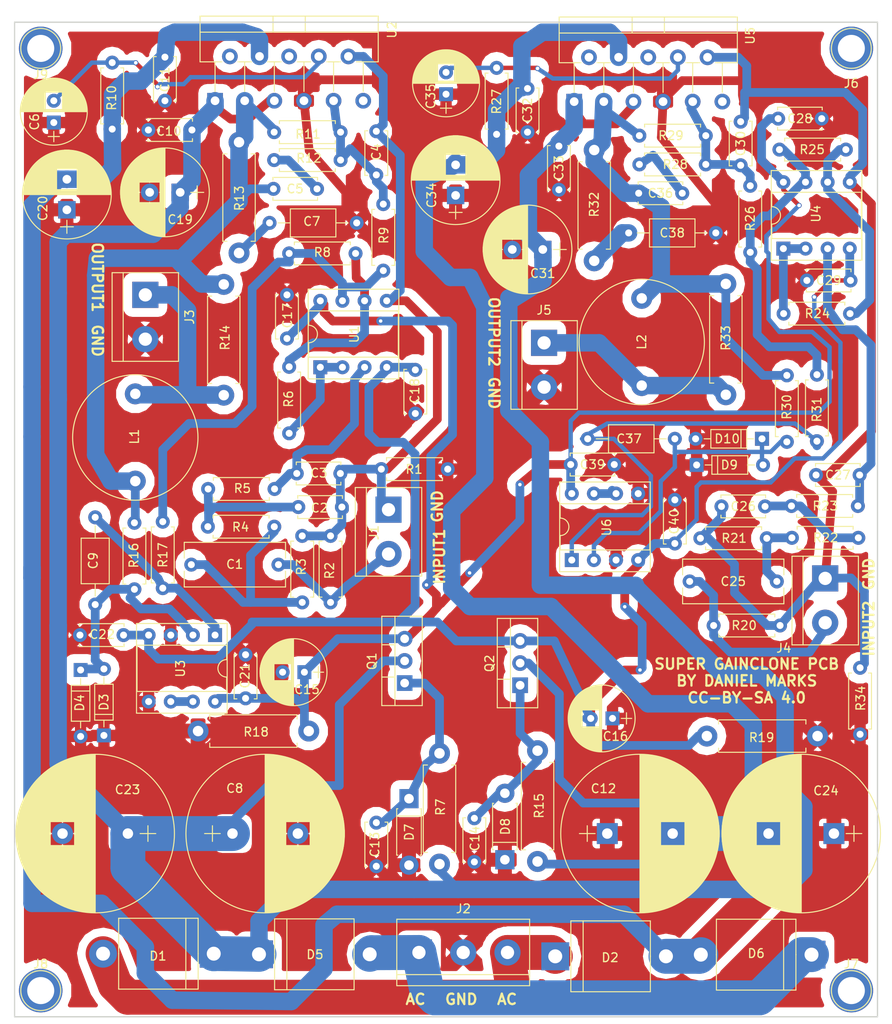
<source format=kicad_pcb>
(kicad_pcb (version 4) (host pcbnew 4.0.7)
  (layers (0 F.Cu signal) (31 B.Cu signal) (34 B.Paste user) (35 F.Paste user) (36 B.SilkS user) (37 F.SilkS user) (38 B.Mask user) (39 F.Mask user) (44 Edge.Cuts user))
  (net 0 "")
  (net 1 "Net-(C1-Pad1)")
  (net 2 "Net-(C1-Pad2)")
  (net 3 GNDS)
  (net 4 "Net-(C2-Pad2)")
  (net 5 "Net-(C3-Pad2)")
  (net 6 "Net-(C4-Pad1)")
  (net 7 "Net-(C5-Pad1)")
  (net 8 "Net-(C5-Pad2)")
  (net 9 GND)
  (net 10 "Net-(C6-Pad2)")
  (net 11 +24V)
  (net 12 "Net-(C9-Pad1)")
  (net 13 "Net-(C9-Pad2)")
  (net 14 -24V)
  (net 15 "Net-(C13-Pad1)")
  (net 16 "Net-(C14-Pad2)")
  (net 17 +15V)
  (net 18 -15V)
  (net 19 "Net-(D1-Pad2)")
  (net 20 "Net-(D5-Pad2)")
  (net 21 "Net-(J3-Pad1)")
  (net 22 "Net-(R6-Pad1)")
  (net 23 "Net-(R6-Pad2)")
  (net 24 "Net-(R17-Pad1)")
  (net 25 "Net-(U3-Pad6)")
  (net 26 "Net-(C7-Pad2)")
  (net 27 "Net-(C25-Pad1)")
  (net 28 "Net-(C25-Pad2)")
  (net 29 "Net-(C26-Pad2)")
  (net 30 "Net-(C27-Pad2)")
  (net 31 "Net-(C30-Pad1)")
  (net 32 "Net-(C35-Pad2)")
  (net 33 "Net-(C36-Pad1)")
  (net 34 "Net-(C36-Pad2)")
  (net 35 "Net-(C37-Pad1)")
  (net 36 "Net-(C37-Pad2)")
  (net 37 "Net-(C38-Pad2)")
  (net 38 "Net-(J5-Pad1)")
  (net 39 "Net-(R24-Pad1)")
  (net 40 "Net-(R24-Pad2)")
  (net 41 "Net-(R25-Pad1)")
  (net 42 "Net-(U6-Pad6)")
  (net 43 GNDS2)
  (module Capacitors_THT:CP_Radial_D18.0mm_P7.50mm (layer F.Cu) (at 93 142)
    (fp_text reference C12 (at -0.44 -5.15) (layer F.SilkS))
    (fp_text value "20000 uF")
    (pad 1 thru_hole rect (at 0 0) (size 2.4 2.4) (drill 1.2) (layers *.Cu *.Mask) (net 9 GND))
    (pad 2 thru_hole circle (at 7.5 0) (size 2.4 2.4) (drill 1.2) (layers *.Cu *.Mask) (net 14 -24V))
  )
  (module TO_SOT_Packages_THT:TO-220-11_Vertical_StaggeredType1 (layer F.Cu) (at 48 58)
    (fp_text reference U2 (at 20.3 -8.15 90) (layer F.SilkS))
    (fp_text value LM3886T)
    (pad 1 thru_hole rect (at 0 0) (size 1.8 1.8) (drill 1) (layers *.Cu *.Mask) (net 11 +24V))
    (pad 2 thru_hole oval (at 1.7 -5.08) (size 1.8 1.8) (drill 1) (layers *.Cu *.Mask))
    (pad 3 thru_hole oval (at 3.4 0) (size 1.8 1.8) (drill 1) (layers *.Cu *.Mask) (net 8 "Net-(C5-Pad2)"))
    (pad 4 thru_hole oval (at 5.1 -5.08) (size 1.8 1.8) (drill 1) (layers *.Cu *.Mask) (net 14 -24V))
    (pad 5 thru_hole oval (at 6.8 0) (size 1.8 1.8) (drill 1) (layers *.Cu *.Mask) (net 11 +24V))
    (pad 6 thru_hole oval (at 8.5 -5.08) (size 1.8 1.8) (drill 1) (layers *.Cu *.Mask))
    (pad 7 thru_hole oval (at 10.2 0) (size 1.8 1.8) (drill 1) (layers *.Cu *.Mask) (net 9 GND))
    (pad 8 thru_hole oval (at 11.9 -5.08) (size 1.8 1.8) (drill 1) (layers *.Cu *.Mask) (net 10 "Net-(C6-Pad2)"))
    (pad 9 thru_hole oval (at 13.6 0) (size 1.8 1.8) (drill 1) (layers *.Cu *.Mask) (net 6 "Net-(C4-Pad1)"))
    (pad 10 thru_hole oval (at 15.3 -5.08) (size 1.8 1.8) (drill 1) (layers *.Cu *.Mask) (net 3 GNDS))
    (pad 11 thru_hole oval (at 17 0) (size 1.8 1.8) (drill 1) (layers *.Cu *.Mask))
  )
  (module Capacitors_THT:C_Disc_D5.0mm_W2.5mm_P5.00mm (layer F.Cu) (at 59.7 68.1 180)
    (fp_text reference C5 (at 2.52 0 180) (layer F.SilkS))
    (fp_text value "47 pF")
    (pad 1 thru_hole circle (at 0 0 180) (size 1.6 1.6) (drill 0.8) (layers *.Cu *.Mask) (net 7 "Net-(C5-Pad1)"))
    (pad 2 thru_hole circle (at 5 0 180) (size 1.6 1.6) (drill 0.8) (layers *.Cu *.Mask) (net 8 "Net-(C5-Pad2)"))
  )
  (module Resistors_THT:R_Axial_DIN0411_L9.9mm_D3.6mm_P12.70mm_Horizontal (layer F.Cu) (at 73.75 145.5 90)
    (fp_text reference R7 (at 6.53 0.11 90) (layer F.SilkS))
    (fp_text value 10k)
    (pad 1 thru_hole circle (at 0 0 90) (size 2.4 2.4) (drill 1.2) (layers *.Cu *.Mask) (net 11 +24V))
    (pad 2 thru_hole oval (at 12.7 0 90) (size 2.4 2.4) (drill 1.2) (layers *.Cu *.Mask) (net 15 "Net-(C13-Pad1)"))
  )
  (module Capacitors_THT:CP_Radial_D18.0mm_P7.50mm (layer F.Cu) (at 38 142 180)
    (fp_text reference C23 (at 0.04 5.03 180) (layer F.SilkS))
    (fp_text value "20000 uF")
    (pad 1 thru_hole rect (at 0 0 180) (size 2.4 2.4) (drill 1.2) (layers *.Cu *.Mask) (net 11 +24V))
    (pad 2 thru_hole circle (at 7.5 0 180) (size 2.4 2.4) (drill 1.2) (layers *.Cu *.Mask) (net 9 GND))
  )
  (module Capacitors_THT:C_Rect_L11.5mm_W5.0mm_P10.00mm_MKT (layer F.Cu) (at 45.275 111.175)
    (fp_text reference C1 (at 4.98 -0.04) (layer F.SilkS))
    (fp_text value "1.0 uF")
    (pad 1 thru_hole circle (at 0 0) (size 1.6 1.6) (drill 0.8) (layers *.Cu *.Mask) (net 1 "Net-(C1-Pad1)"))
    (pad 2 thru_hole circle (at 10 0) (size 1.6 1.6) (drill 0.8) (layers *.Cu *.Mask) (net 2 "Net-(C1-Pad2)"))
  )
  (module Capacitors_THT:C_Disc_D5.0mm_W2.5mm_P5.00mm (layer F.Cu) (at 62.55 104.575 180)
    (fp_text reference C2 (at 2.57 -0.11 180) (layer F.SilkS))
    (fp_text value "100 pF")
    (pad 1 thru_hole circle (at 0 0 180) (size 1.6 1.6) (drill 0.8) (layers *.Cu *.Mask) (net 3 GNDS))
    (pad 2 thru_hole circle (at 5 0 180) (size 1.6 1.6) (drill 0.8) (layers *.Cu *.Mask) (net 4 "Net-(C2-Pad2)"))
  )
  (module Capacitors_THT:C_Disc_D5.0mm_W2.5mm_P5.00mm (layer F.Cu) (at 62.375 100.725 180)
    (fp_text reference C3 (at 2.46 0.05 180) (layer F.SilkS))
    (fp_text value "1000 pF")
    (pad 1 thru_hole circle (at 0 0 180) (size 1.6 1.6) (drill 0.8) (layers *.Cu *.Mask) (net 3 GNDS))
    (pad 2 thru_hole circle (at 5 0 180) (size 1.6 1.6) (drill 0.8) (layers *.Cu *.Mask) (net 5 "Net-(C3-Pad2)"))
  )
  (module Capacitors_THT:C_Disc_D5.0mm_W2.5mm_P5.00mm (layer F.Cu) (at 66.5 66.5 90)
    (fp_text reference C4 (at 2.63 0 90) (layer F.SilkS))
    (fp_text value "220 pF")
    (pad 1 thru_hole circle (at 0 0 90) (size 1.6 1.6) (drill 0.8) (layers *.Cu *.Mask) (net 6 "Net-(C4-Pad1)"))
    (pad 2 thru_hole circle (at 5 0 90) (size 1.6 1.6) (drill 0.8) (layers *.Cu *.Mask) (net 3 GNDS))
  )
  (module Capacitors_THT:CP_Radial_D7.5mm_P2.50mm (layer F.Cu) (at 29.5 60.5 90)
    (fp_text reference C6 (at 0.08 -2.21 90) (layer F.SilkS))
    (fp_text value "10 uF")
    (pad 1 thru_hole rect (at 0 0 90) (size 1.6 1.6) (drill 0.8) (layers *.Cu *.Mask) (net 9 GND))
    (pad 2 thru_hole circle (at 2.5 0 90) (size 1.6 1.6) (drill 0.8) (layers *.Cu *.Mask) (net 10 "Net-(C6-Pad2)"))
  )
  (module Capacitors_THT:C_Axial_L5.1mm_D3.1mm_P10.00mm_Horizontal (layer F.Cu) (at 64.25 72 180)
    (fp_text reference C7 (at 5.15 0.17 180) (layer F.SilkS))
    (fp_text value "0.1 uF")
    (pad 1 thru_hole circle (at 0 0 180) (size 1.6 1.6) (drill 0.8) (layers *.Cu *.Mask) (net 9 GND))
    (pad 2 thru_hole oval (at 10 0 180) (size 1.6 1.6) (drill 0.8) (layers *.Cu *.Mask) (net 26 "Net-(C7-Pad2)"))
  )
  (module Capacitors_THT:CP_Radial_D18.0mm_P7.50mm (layer F.Cu) (at 50 142)
    (fp_text reference C8 (at 0.26 -5.18) (layer F.SilkS))
    (fp_text value "20000 uF")
    (pad 1 thru_hole rect (at 0 0) (size 2.4 2.4) (drill 1.2) (layers *.Cu *.Mask) (net 11 +24V))
    (pad 2 thru_hole circle (at 7.5 0) (size 2.4 2.4) (drill 1.2) (layers *.Cu *.Mask) (net 9 GND))
  )
  (module Capacitors_THT:C_Axial_L5.1mm_D3.1mm_P10.00mm_Horizontal (layer F.Cu) (at 34.25 115.75 90)
    (fp_text reference C9 (at 5.03 -0.23 90) (layer F.SilkS))
    (fp_text value "0.1 uF")
    (pad 1 thru_hole circle (at 0 0 90) (size 1.6 1.6) (drill 0.8) (layers *.Cu *.Mask) (net 12 "Net-(C9-Pad1)"))
    (pad 2 thru_hole oval (at 10 0 90) (size 1.6 1.6) (drill 0.8) (layers *.Cu *.Mask) (net 13 "Net-(C9-Pad2)"))
  )
  (module Capacitors_THT:C_Disc_D5.0mm_W2.5mm_P5.00mm (layer F.Cu) (at 45.35 61.35 180)
    (fp_text reference C10 (at 2.65 -0.14 180) (layer F.SilkS))
    (fp_text value "100 nF")
    (pad 1 thru_hole circle (at 0 0 180) (size 1.6 1.6) (drill 0.8) (layers *.Cu *.Mask) (net 11 +24V))
    (pad 2 thru_hole circle (at 5 0 180) (size 1.6 1.6) (drill 0.8) (layers *.Cu *.Mask) (net 9 GND))
  )
  (module Capacitors_THT:C_Disc_D5.0mm_W2.5mm_P5.00mm (layer F.Cu) (at 42.25 53 270)
    (fp_text reference C11 (at 2.57 0 270) (layer F.SilkS))
    (fp_text value "100 nF")
    (pad 1 thru_hole circle (at 0 0 270) (size 1.6 1.6) (drill 0.8) (layers *.Cu *.Mask) (net 14 -24V))
    (pad 2 thru_hole circle (at 5 0 270) (size 1.6 1.6) (drill 0.8) (layers *.Cu *.Mask) (net 9 GND))
  )
  (module Capacitors_THT:C_Disc_D5.0mm_W2.5mm_P5.00mm (layer F.Cu) (at 66.5 140.75 270)
    (fp_text reference C13 (at 2.51 0.17 270) (layer F.SilkS))
    (fp_text value "100 nF")
    (pad 1 thru_hole circle (at 0 0 270) (size 1.6 1.6) (drill 0.8) (layers *.Cu *.Mask) (net 15 "Net-(C13-Pad1)"))
    (pad 2 thru_hole circle (at 5 0 270) (size 1.6 1.6) (drill 0.8) (layers *.Cu *.Mask) (net 9 GND))
  )
  (module Capacitors_THT:C_Disc_D5.0mm_W2.5mm_P5.00mm (layer F.Cu) (at 77.75 145.25 90)
    (fp_text reference C14 (at 2.68 0.06 90) (layer F.SilkS))
    (fp_text value "100 nF")
    (pad 1 thru_hole circle (at 0 0 90) (size 1.6 1.6) (drill 0.8) (layers *.Cu *.Mask) (net 9 GND))
    (pad 2 thru_hole circle (at 5 0 90) (size 1.6 1.6) (drill 0.8) (layers *.Cu *.Mask) (net 16 "Net-(C14-Pad2)"))
  )
  (module Capacitors_THT:CP_Radial_D7.5mm_P2.50mm (layer F.Cu) (at 58.25 123.5 180)
    (fp_text reference C15 (at -0.3 -1.99 180) (layer F.SilkS))
    (fp_text value "10 uF")
    (pad 1 thru_hole rect (at 0 0 180) (size 1.6 1.6) (drill 0.8) (layers *.Cu *.Mask) (net 17 +15V))
    (pad 2 thru_hole circle (at 2.5 0 180) (size 1.6 1.6) (drill 0.8) (layers *.Cu *.Mask) (net 9 GND))
  )
  (module Capacitors_THT:CP_Radial_D7.5mm_P2.50mm (layer F.Cu) (at 93.6 128.8 180)
    (fp_text reference C16 (at -0.34 -2.06 180) (layer F.SilkS))
    (fp_text value "10 uF")
    (pad 1 thru_hole rect (at 0 0 180) (size 1.6 1.6) (drill 0.8) (layers *.Cu *.Mask) (net 9 GND))
    (pad 2 thru_hole circle (at 2.5 0 180) (size 1.6 1.6) (drill 0.8) (layers *.Cu *.Mask) (net 18 -15V))
  )
  (module Capacitors_THT:C_Disc_D5.0mm_W2.5mm_P5.00mm (layer F.Cu) (at 56.25 85.25 90)
    (fp_text reference C17 (at 2.62 0.06 90) (layer F.SilkS))
    (fp_text value "100 nF")
    (pad 1 thru_hole circle (at 0 0 90) (size 1.6 1.6) (drill 0.8) (layers *.Cu *.Mask) (net 17 +15V))
    (pad 2 thru_hole circle (at 5 0 90) (size 1.6 1.6) (drill 0.8) (layers *.Cu *.Mask) (net 9 GND))
  )
  (module Capacitors_THT:C_Disc_D5.0mm_W2.5mm_P5.00mm (layer F.Cu) (at 70.975 88.85 270)
    (fp_text reference C18 (at 2.41 0.06 270) (layer F.SilkS))
    (fp_text value "100 nF")
    (pad 1 thru_hole circle (at 0 0 270) (size 1.6 1.6) (drill 0.8) (layers *.Cu *.Mask) (net 18 -15V))
    (pad 2 thru_hole circle (at 5 0 270) (size 1.6 1.6) (drill 0.8) (layers *.Cu *.Mask) (net 9 GND))
  )
  (module Capacitors_THT:CP_Radial_D10.0mm_P3.50mm (layer F.Cu) (at 44 68.5 180)
    (fp_text reference C19 (at 0 -3.12 180) (layer F.SilkS))
    (fp_text value "100 uF")
    (pad 1 thru_hole rect (at 0 0 180) (size 2 2) (drill 1) (layers *.Cu *.Mask) (net 11 +24V))
    (pad 2 thru_hole circle (at 3.5 0 180) (size 2 2) (drill 1) (layers *.Cu *.Mask) (net 9 GND))
  )
  (module Capacitors_THT:CP_Radial_D10.0mm_P3.50mm (layer F.Cu) (at 31 70.5 90)
    (fp_text reference C20 (at 0.17 -2.76 90) (layer F.SilkS))
    (fp_text value "100 uF")
    (pad 1 thru_hole rect (at 0 0 90) (size 2 2) (drill 1) (layers *.Cu *.Mask) (net 9 GND))
    (pad 2 thru_hole circle (at 3.5 0 90) (size 2 2) (drill 1) (layers *.Cu *.Mask) (net 14 -24V))
  )
  (module Capacitors_THT:C_Disc_D5.0mm_W2.5mm_P5.00mm (layer F.Cu) (at 51.5 126.5 90)
    (fp_text reference C21 (at 2.58 -0.06 90) (layer F.SilkS))
    (fp_text value "100 nF")
    (pad 1 thru_hole circle (at 0 0 90) (size 1.6 1.6) (drill 0.8) (layers *.Cu *.Mask) (net 17 +15V))
    (pad 2 thru_hole circle (at 5 0 90) (size 1.6 1.6) (drill 0.8) (layers *.Cu *.Mask) (net 9 GND))
  )
  (module Capacitors_THT:C_Disc_D5.0mm_W2.5mm_P5.00mm (layer F.Cu) (at 37.5 119.25 180)
    (fp_text reference C22 (at 2.4489 0.0764 180) (layer F.SilkS))
    (fp_text value "100 nF")
    (pad 1 thru_hole circle (at 0 0 180) (size 1.6 1.6) (drill 0.8) (layers *.Cu *.Mask) (net 18 -15V))
    (pad 2 thru_hole circle (at 5 0 180) (size 1.6 1.6) (drill 0.8) (layers *.Cu *.Mask) (net 9 GND))
  )
  (module Diodes_THT:D_5KPW_P12.70mm_Horizontal (layer F.Cu) (at 47.85 155.77 180)
    (fp_text reference D1 (at 6.4 -0.27 180) (layer F.SilkS))
    (fp_text value 10A10)
    (pad 1 thru_hole rect (at 0 0 180) (size 3.2 3.2) (drill 1.6) (layers *.Cu *.Mask) (net 11 +24V))
    (pad 2 thru_hole oval (at 12.7 0 180) (size 3.2 3.2) (drill 1.6) (layers *.Cu *.Mask) (net 19 "Net-(D1-Pad2)"))
  )
  (module Diodes_THT:D_5KPW_P12.70mm_Horizontal (layer F.Cu) (at 87.03 156.07)
    (fp_text reference D2 (at 6.29 0.15) (layer F.SilkS))
    (fp_text value 10A10)
    (pad 1 thru_hole rect (at 0 0) (size 3.2 3.2) (drill 1.6) (layers *.Cu *.Mask) (net 19 "Net-(D1-Pad2)"))
    (pad 2 thru_hole oval (at 12.7 0) (size 3.2 3.2) (drill 1.6) (layers *.Cu *.Mask) (net 14 -24V))
  )
  (module Diodes_THT:D_DO-35_SOD27_P7.62mm_Horizontal (layer F.Cu) (at 35.25 130.75 90)
    (fp_text reference D3 (at 3.81 0 90) (layer F.SilkS))
    (fp_text value 1N4148)
    (pad 1 thru_hole rect (at 0 0 90) (size 1.6 1.6) (drill 0.8) (layers *.Cu *.Mask) (net 9 GND))
    (pad 2 thru_hole oval (at 7.62 0 90) (size 1.6 1.6) (drill 0.8) (layers *.Cu *.Mask) (net 12 "Net-(C9-Pad1)"))
  )
  (module Diodes_THT:D_DO-35_SOD27_P7.62mm_Horizontal (layer F.Cu) (at 32.575 123.25 270)
    (fp_text reference D4 (at 3.77 0.11 270) (layer F.SilkS))
    (fp_text value 1N4148)
    (pad 1 thru_hole rect (at 0 0 270) (size 1.6 1.6) (drill 0.8) (layers *.Cu *.Mask) (net 12 "Net-(C9-Pad1)"))
    (pad 2 thru_hole oval (at 7.62 0 270) (size 1.6 1.6) (drill 0.8) (layers *.Cu *.Mask) (net 9 GND))
  )
  (module Diodes_THT:D_5KPW_P12.70mm_Horizontal (layer F.Cu) (at 53.04 155.84)
    (fp_text reference D5 (at 6.42 0.03) (layer F.SilkS))
    (fp_text value 10A10)
    (pad 1 thru_hole rect (at 0 0) (size 3.2 3.2) (drill 1.6) (layers *.Cu *.Mask) (net 11 +24V))
    (pad 2 thru_hole oval (at 12.7 0) (size 3.2 3.2) (drill 1.6) (layers *.Cu *.Mask) (net 20 "Net-(D5-Pad2)"))
  )
  (module Diodes_THT:D_5KPW_P12.70mm_Horizontal (layer F.Cu) (at 116.43 155.88 180)
    (fp_text reference D6 (at 6.35 0.14 180) (layer F.SilkS))
    (fp_text value 10A10)
    (pad 1 thru_hole rect (at 0 0 180) (size 3.2 3.2) (drill 1.6) (layers *.Cu *.Mask) (net 20 "Net-(D5-Pad2)"))
    (pad 2 thru_hole oval (at 12.7 0 180) (size 3.2 3.2) (drill 1.6) (layers *.Cu *.Mask) (net 14 -24V))
  )
  (module Diodes_THT:D_DO-41_SOD81_P7.62mm_Horizontal (layer F.Cu) (at 70.25 138 270)
    (fp_text reference D7 (at 3.85 -0.03 270) (layer F.SilkS))
    (fp_text value 1N4744)
    (pad 1 thru_hole rect (at 0 0 270) (size 2.2 2.2) (drill 1.1) (layers *.Cu *.Mask) (net 15 "Net-(C13-Pad1)"))
    (pad 2 thru_hole oval (at 7.62 0 270) (size 2.2 2.2) (drill 1.1) (layers *.Cu *.Mask) (net 9 GND))
  )
  (module Diodes_THT:D_DO-41_SOD81_P7.62mm_Horizontal (layer F.Cu) (at 81.25 145 90)
    (fp_text reference D8 (at 3.8 0.05 90) (layer F.SilkS))
    (fp_text value 1N4744)
    (pad 1 thru_hole rect (at 0 0 90) (size 2.2 2.2) (drill 1.1) (layers *.Cu *.Mask) (net 9 GND))
    (pad 2 thru_hole oval (at 7.62 0 90) (size 2.2 2.2) (drill 1.1) (layers *.Cu *.Mask) (net 16 "Net-(C14-Pad2)"))
  )
  (module Connectors_Terminal_Blocks:TerminalBlock_bornier-2_P5.08mm (layer F.Cu) (at 67.9 104.875 270)
    (fp_text reference J1 (at 2.625 1.65 270) (layer F.SilkS))
    (fp_text value Conn_01x02)
    (pad 1 thru_hole rect (at 0 0 270) (size 3 3) (drill 1.52) (layers *.Cu *.Mask) (net 3 GNDS))
    (pad 2 thru_hole circle (at 5.08 0 270) (size 3 3) (drill 1.52) (layers *.Cu *.Mask) (net 2 "Net-(C1-Pad2)"))
  )
  (module Connectors_Terminal_Blocks:TerminalBlock_bornier-2_P5.08mm (layer F.Cu) (at 40 80.25 270)
    (fp_text reference J3 (at 2.54 -5.08 270) (layer F.SilkS))
    (fp_text value Conn_01x02)
    (pad 1 thru_hole rect (at 0 0 270) (size 3 3) (drill 1.52) (layers *.Cu *.Mask) (net 21 "Net-(J3-Pad1)"))
    (pad 2 thru_hole circle (at 5.08 0 270) (size 3 3) (drill 1.52) (layers *.Cu *.Mask) (net 9 GND))
  )
  (module TO_SOT_Packages_THT:TO-220-3_Vertical (layer F.Cu) (at 69.75 124.75 90)
    (fp_text reference Q1 (at 2.5 -3.75 90) (layer F.SilkS))
    (fp_text value TIP41C)
    (pad 1 thru_hole rect (at 0 0 90) (size 1.8 1.8) (drill 1) (layers *.Cu *.Mask) (net 15 "Net-(C13-Pad1)"))
    (pad 2 thru_hole oval (at 2.54 0 90) (size 1.8 1.8) (drill 1) (layers *.Cu *.Mask) (net 11 +24V))
    (pad 3 thru_hole oval (at 5.08 0 90) (size 1.8 1.8) (drill 1) (layers *.Cu *.Mask) (net 17 +15V))
  )
  (module Resistors_THT:R_Axial_DIN0207_L6.3mm_D2.5mm_P7.62mm_Horizontal (layer F.Cu) (at 67.075 100.225)
    (fp_text reference R1 (at 3.76 0.02) (layer F.SilkS))
    (fp_text value 4R7)
    (pad 1 thru_hole circle (at 0 0) (size 1.6 1.6) (drill 0.8) (layers *.Cu *.Mask) (net 3 GNDS))
    (pad 2 thru_hole oval (at 7.62 0) (size 1.6 1.6) (drill 0.8) (layers *.Cu *.Mask) (net 9 GND))
  )
  (module Resistors_THT:R_Axial_DIN0207_L6.3mm_D2.5mm_P7.62mm_Horizontal (layer F.Cu) (at 61.25 115.5 90)
    (fp_text reference R2 (at 3.64 -0.11 90) (layer F.SilkS))
    (fp_text value 270K)
    (pad 1 thru_hole circle (at 0 0 90) (size 1.6 1.6) (drill 0.8) (layers *.Cu *.Mask) (net 2 "Net-(C1-Pad2)"))
    (pad 2 thru_hole oval (at 7.62 0 90) (size 1.6 1.6) (drill 0.8) (layers *.Cu *.Mask) (net 3 GNDS))
  )
  (module Resistors_THT:R_Axial_DIN0207_L6.3mm_D2.5mm_P7.62mm_Horizontal (layer F.Cu) (at 58 115.5 90)
    (fp_text reference R3 (at 4.08 -0.11 90) (layer F.SilkS))
    (fp_text value 220K)
    (pad 1 thru_hole circle (at 0 0 90) (size 1.6 1.6) (drill 0.8) (layers *.Cu *.Mask) (net 1 "Net-(C1-Pad1)"))
    (pad 2 thru_hole oval (at 7.62 0 90) (size 1.6 1.6) (drill 0.8) (layers *.Cu *.Mask) (net 3 GNDS))
  )
  (module Resistors_THT:R_Axial_DIN0207_L6.3mm_D2.5mm_P7.62mm_Horizontal (layer F.Cu) (at 47.175 106.825)
    (fp_text reference R4 (at 3.75 0.05) (layer F.SilkS))
    (fp_text value 470R)
    (pad 1 thru_hole circle (at 0 0) (size 1.6 1.6) (drill 0.8) (layers *.Cu *.Mask) (net 4 "Net-(C2-Pad2)"))
    (pad 2 thru_hole oval (at 7.62 0) (size 1.6 1.6) (drill 0.8) (layers *.Cu *.Mask) (net 1 "Net-(C1-Pad1)"))
  )
  (module Resistors_THT:R_Axial_DIN0207_L6.3mm_D2.5mm_P7.62mm_Horizontal (layer F.Cu) (at 54.825 102.5 180)
    (fp_text reference R5 (at 3.69 0.06 180) (layer F.SilkS))
    (fp_text value 470R)
    (pad 1 thru_hole circle (at 0 0 180) (size 1.6 1.6) (drill 0.8) (layers *.Cu *.Mask) (net 5 "Net-(C3-Pad2)"))
    (pad 2 thru_hole oval (at 7.62 0 180) (size 1.6 1.6) (drill 0.8) (layers *.Cu *.Mask) (net 4 "Net-(C2-Pad2)"))
  )
  (module Resistors_THT:R_Axial_DIN0207_L6.3mm_D2.5mm_P7.62mm_Horizontal (layer F.Cu) (at 56.5 88.5 270)
    (fp_text reference R6 (at 3.68 0.06 270) (layer F.SilkS))
    (fp_text value 10k)
    (pad 1 thru_hole circle (at 0 0 270) (size 1.6 1.6) (drill 0.8) (layers *.Cu *.Mask) (net 22 "Net-(R6-Pad1)"))
    (pad 2 thru_hole oval (at 7.62 0 270) (size 1.6 1.6) (drill 0.8) (layers *.Cu *.Mask) (net 23 "Net-(R6-Pad2)"))
  )
  (module Resistors_THT:R_Axial_DIN0207_L6.3mm_D2.5mm_P7.62mm_Horizontal (layer F.Cu) (at 56.5 75.5)
    (fp_text reference R8 (at 3.81 -0.12) (layer F.SilkS))
    (fp_text value 10k)
    (pad 1 thru_hole circle (at 0 0) (size 1.6 1.6) (drill 0.8) (layers *.Cu *.Mask) (net 24 "Net-(R17-Pad1)"))
    (pad 2 thru_hole oval (at 7.62 0) (size 1.6 1.6) (drill 0.8) (layers *.Cu *.Mask) (net 22 "Net-(R6-Pad1)"))
  )
  (module Resistors_THT:R_Axial_DIN0207_L6.3mm_D2.5mm_P7.62mm_Horizontal (layer F.Cu) (at 67.3 69.85 270)
    (fp_text reference R9 (at 3.58 -0.06 270) (layer F.SilkS))
    (fp_text value 1k)
    (pad 1 thru_hole circle (at 0 0 270) (size 1.6 1.6) (drill 0.8) (layers *.Cu *.Mask) (net 6 "Net-(C4-Pad1)"))
    (pad 2 thru_hole oval (at 7.62 0 270) (size 1.6 1.6) (drill 0.8) (layers *.Cu *.Mask) (net 24 "Net-(R17-Pad1)"))
  )
  (module Resistors_THT:R_Axial_DIN0207_L6.3mm_D2.5mm_P7.62mm_Horizontal (layer F.Cu) (at 36.2 61.25 90)
    (fp_text reference R10 (at 3.58 -0.06 90) (layer F.SilkS))
    (fp_text value 22k)
    (pad 1 thru_hole circle (at 0 0 90) (size 1.6 1.6) (drill 0.8) (layers *.Cu *.Mask) (net 14 -24V))
    (pad 2 thru_hole oval (at 7.62 0 90) (size 1.6 1.6) (drill 0.8) (layers *.Cu *.Mask) (net 10 "Net-(C6-Pad2)"))
  )
  (module Resistors_THT:R_Axial_DIN0207_L6.3mm_D2.5mm_P7.62mm_Horizontal (layer F.Cu) (at 62.4 61.6 180)
    (fp_text reference R11 (at 3.74 -0.23 180) (layer F.SilkS))
    (fp_text value 20k)
    (pad 1 thru_hole circle (at 0 0 180) (size 1.6 1.6) (drill 0.8) (layers *.Cu *.Mask) (net 6 "Net-(C4-Pad1)"))
    (pad 2 thru_hole oval (at 7.62 0 180) (size 1.6 1.6) (drill 0.8) (layers *.Cu *.Mask) (net 8 "Net-(C5-Pad2)"))
  )
  (module Resistors_THT:R_Axial_DIN0207_L6.3mm_D2.5mm_P7.62mm_Horizontal (layer F.Cu) (at 62.4 64.8 180)
    (fp_text reference R12 (at 3.63 0.22 180) (layer F.SilkS))
    (fp_text value 22k)
    (pad 1 thru_hole circle (at 0 0 180) (size 1.6 1.6) (drill 0.8) (layers *.Cu *.Mask) (net 6 "Net-(C4-Pad1)"))
    (pad 2 thru_hole oval (at 7.62 0 180) (size 1.6 1.6) (drill 0.8) (layers *.Cu *.Mask) (net 7 "Net-(C5-Pad1)"))
  )
  (module Resistors_THT:R_Axial_DIN0411_L9.9mm_D3.6mm_P12.70mm_Horizontal (layer F.Cu) (at 50.75 62.75 270)
    (fp_text reference R13 (at 6.43 -0.04 270) (layer F.SilkS))
    (fp_text value 4R7)
    (pad 1 thru_hole circle (at 0 0 270) (size 2.4 2.4) (drill 1.2) (layers *.Cu *.Mask) (net 8 "Net-(C5-Pad2)"))
    (pad 2 thru_hole oval (at 12.7 0 270) (size 2.4 2.4) (drill 1.2) (layers *.Cu *.Mask) (net 26 "Net-(C7-Pad2)"))
  )
  (module Resistors_THT:R_Axial_DIN0411_L9.9mm_D3.6mm_P12.70mm_Horizontal (layer F.Cu) (at 49 91.75 90)
    (fp_text reference R14 (at 6.59 0.15 90) (layer F.SilkS))
    (fp_text value 4R7)
    (pad 1 thru_hole circle (at 0 0 90) (size 2.4 2.4) (drill 1.2) (layers *.Cu *.Mask) (net 21 "Net-(J3-Pad1)"))
    (pad 2 thru_hole oval (at 12.7 0 90) (size 2.4 2.4) (drill 1.2) (layers *.Cu *.Mask) (net 8 "Net-(C5-Pad2)"))
  )
  (module Resistors_THT:R_Axial_DIN0411_L9.9mm_D3.6mm_P12.70mm_Horizontal (layer F.Cu) (at 85 132.5 270)
    (fp_text reference R15 (at 6.32 -0.18 270) (layer F.SilkS))
    (fp_text value 10k)
    (pad 1 thru_hole circle (at 0 0 270) (size 2.4 2.4) (drill 1.2) (layers *.Cu *.Mask) (net 16 "Net-(C14-Pad2)"))
    (pad 2 thru_hole oval (at 12.7 0 270) (size 2.4 2.4) (drill 1.2) (layers *.Cu *.Mask) (net 14 -24V))
  )
  (module Resistors_THT:R_Axial_DIN0411_L9.9mm_D3.6mm_P12.70mm_Horizontal (layer F.Cu) (at 58.75 130.25 180)
    (fp_text reference R18 (at 6.04 -0.11 180) (layer F.SilkS))
    (fp_text value 10k)
    (pad 1 thru_hole circle (at 0 0 180) (size 2.4 2.4) (drill 1.2) (layers *.Cu *.Mask) (net 17 +15V))
    (pad 2 thru_hole oval (at 12.7 0 180) (size 2.4 2.4) (drill 1.2) (layers *.Cu *.Mask) (net 9 GND))
  )
  (module Resistors_THT:R_Axial_DIN0411_L9.9mm_D3.6mm_P12.70mm_Horizontal (layer F.Cu) (at 117.125 130.825 180)
    (fp_text reference R19 (at 6.42 -0.17 180) (layer F.SilkS))
    (fp_text value 10k)
    (pad 1 thru_hole circle (at 0 0 180) (size 2.4 2.4) (drill 1.2) (layers *.Cu *.Mask) (net 9 GND))
    (pad 2 thru_hole oval (at 12.7 0 180) (size 2.4 2.4) (drill 1.2) (layers *.Cu *.Mask) (net 18 -15V))
  )
  (module Housings_DIP:DIP-8_W7.62mm_Socket (layer F.Cu) (at 60.075 88.55 90)
    (fp_text reference U1 (at 3.78 3.9 90) (layer F.SilkS))
    (fp_text value OPA2604A)
    (pad 1 thru_hole rect (at 0 0 90) (size 1.6 1.6) (drill 0.8) (layers *.Cu *.Mask) (net 23 "Net-(R6-Pad2)"))
    (pad 5 thru_hole oval (at 7.62 7.62 90) (size 1.6 1.6) (drill 0.8) (layers *.Cu *.Mask) (net 3 GNDS))
    (pad 2 thru_hole oval (at 0 2.54 90) (size 1.6 1.6) (drill 0.8) (layers *.Cu *.Mask) (net 23 "Net-(R6-Pad2)"))
    (pad 6 thru_hole oval (at 7.62 5.08 90) (size 1.6 1.6) (drill 0.8) (layers *.Cu *.Mask) (net 22 "Net-(R6-Pad1)"))
    (pad 3 thru_hole oval (at 0 5.08 90) (size 1.6 1.6) (drill 0.8) (layers *.Cu *.Mask) (net 5 "Net-(C3-Pad2)"))
    (pad 7 thru_hole oval (at 7.62 2.54 90) (size 1.6 1.6) (drill 0.8) (layers *.Cu *.Mask) (net 24 "Net-(R17-Pad1)"))
    (pad 4 thru_hole oval (at 0 7.62 90) (size 1.6 1.6) (drill 0.8) (layers *.Cu *.Mask) (net 18 -15V))
    (pad 8 thru_hole oval (at 7.62 0 90) (size 1.6 1.6) (drill 0.8) (layers *.Cu *.Mask) (net 17 +15V))
  )
  (module Housings_DIP:DIP-8_W7.62mm_Socket (layer F.Cu) (at 48 119.25 270)
    (fp_text reference U3 (at 3.84 3.97 270) (layer F.SilkS))
    (fp_text value OPA2604A)
    (pad 1 thru_hole rect (at 0 0 270) (size 1.6 1.6) (drill 0.8) (layers *.Cu *.Mask) (net 13 "Net-(C9-Pad2)"))
    (pad 5 thru_hole oval (at 7.62 7.62 270) (size 1.6 1.6) (drill 0.8) (layers *.Cu *.Mask) (net 9 GND))
    (pad 2 thru_hole oval (at 0 2.54 270) (size 1.6 1.6) (drill 0.8) (layers *.Cu *.Mask) (net 12 "Net-(C9-Pad1)"))
    (pad 6 thru_hole oval (at 7.62 5.08 270) (size 1.6 1.6) (drill 0.8) (layers *.Cu *.Mask) (net 25 "Net-(U3-Pad6)"))
    (pad 3 thru_hole oval (at 0 5.08 270) (size 1.6 1.6) (drill 0.8) (layers *.Cu *.Mask) (net 9 GND))
    (pad 7 thru_hole oval (at 7.62 2.54 270) (size 1.6 1.6) (drill 0.8) (layers *.Cu *.Mask) (net 25 "Net-(U3-Pad6)"))
    (pad 4 thru_hole oval (at 0 7.62 270) (size 1.6 1.6) (drill 0.8) (layers *.Cu *.Mask) (net 18 -15V))
    (pad 8 thru_hole oval (at 7.62 0 270) (size 1.6 1.6) (drill 0.8) (layers *.Cu *.Mask) (net 17 +15V))
  )
  (module Connectors_Terminal_Blocks:TerminalBlock_bornier-3_P5.08mm (layer F.Cu) (at 71.39 155.63)
    (fp_text reference J2 (at 5.1 -5.01) (layer F.SilkS))
    (fp_text value Conn_01x03)
    (pad 1 thru_hole rect (at 0 0) (size 3 3) (drill 1.52) (layers *.Cu *.Mask) (net 20 "Net-(D5-Pad2)"))
    (pad 2 thru_hole circle (at 5.08 0) (size 3 3) (drill 1.52) (layers *.Cu *.Mask) (net 9 GND))
    (pad 3 thru_hole circle (at 10.16 0) (size 3 3) (drill 1.52) (layers *.Cu *.Mask) (net 19 "Net-(D1-Pad2)"))
  )
  (module Capacitors_THT:CP_Radial_D18.0mm_P7.50mm (layer F.Cu) (at 119 142 180)
    (fp_text reference C24 (at 0.91 4.91 180) (layer F.SilkS))
    (fp_text value "20000 uF")
    (pad 1 thru_hole rect (at 0 0 180) (size 2.4 2.4) (drill 1.2) (layers *.Cu *.Mask) (net 9 GND))
    (pad 2 thru_hole circle (at 7.5 0 180) (size 2.4 2.4) (drill 1.2) (layers *.Cu *.Mask) (net 14 -24V))
  )
  (module TO_SOT_Packages_THT:TO-220-3_Vertical (layer F.Cu) (at 83 125 90)
    (fp_text reference Q2 (at 2.5 -3.5 90) (layer F.SilkS))
    (fp_text value TIP42C)
    (pad 1 thru_hole rect (at 0 0 90) (size 1.8 1.8) (drill 1) (layers *.Cu *.Mask) (net 16 "Net-(C14-Pad2)"))
    (pad 2 thru_hole oval (at 2.54 0 90) (size 1.8 1.8) (drill 1) (layers *.Cu *.Mask) (net 14 -24V))
    (pad 3 thru_hole oval (at 5.08 0 90) (size 1.8 1.8) (drill 1) (layers *.Cu *.Mask) (net 18 -15V))
  )
  (module Inductors_THT:L_Radial_D14.2mm_P10.00mm_Neosid_SD14 (layer F.Cu) (at 38.85 101.6 90)
    (fp_text reference L1 (at 5.1 -0.1 90) (layer F.SilkS))
    (fp_text value "3.3 uH")
    (pad 1 thru_hole circle (at 0 0 90) (size 2.4 2.4) (drill 1.2) (layers *.Cu *.Mask) (net 8 "Net-(C5-Pad2)"))
    (pad 2 thru_hole circle (at 10 0 90) (size 2.4 2.4) (drill 1.2) (layers *.Cu *.Mask) (net 21 "Net-(J3-Pad1)"))
  )
  (module Resistors_THT:R_Axial_DIN0207_L6.3mm_D2.5mm_P7.62mm_Horizontal (layer F.Cu) (at 38.75 114 90)
    (fp_text reference R16 (at 3.88 -0.07 90) (layer F.SilkS))
    (fp_text value 1M)
    (pad 1 thru_hole circle (at 0 0 90) (size 1.6 1.6) (drill 0.8) (layers *.Cu *.Mask) (net 12 "Net-(C9-Pad1)"))
    (pad 2 thru_hole oval (at 7.62 0 90) (size 1.6 1.6) (drill 0.8) (layers *.Cu *.Mask) (net 8 "Net-(C5-Pad2)"))
  )
  (module Resistors_THT:R_Axial_DIN0207_L6.3mm_D2.5mm_P7.62mm_Horizontal (layer F.Cu) (at 42 106.25 270)
    (fp_text reference R17 (at 3.83 -0.01 270) (layer F.SilkS))
    (fp_text value 1M)
    (pad 1 thru_hole circle (at 0 0 270) (size 1.6 1.6) (drill 0.8) (layers *.Cu *.Mask) (net 24 "Net-(R17-Pad1)"))
    (pad 2 thru_hole oval (at 7.62 0 270) (size 1.6 1.6) (drill 0.8) (layers *.Cu *.Mask) (net 13 "Net-(C9-Pad2)"))
  )
  (module Capacitors_THT:C_Rect_L11.5mm_W5.0mm_P10.00mm_MKT (layer F.Cu) (at 112.45 113.1 180)
    (fp_text reference C25 (at 5 0 180) (layer F.SilkS))
    (fp_text value "1.0 uF")
    (pad 1 thru_hole circle (at 0 0 180) (size 1.6 1.6) (drill 0.8) (layers *.Cu *.Mask) (net 27 "Net-(C25-Pad1)"))
    (pad 2 thru_hole circle (at 10 0 180) (size 1.6 1.6) (drill 0.8) (layers *.Cu *.Mask) (net 28 "Net-(C25-Pad2)"))
  )
  (module Capacitors_THT:C_Disc_D5.0mm_W2.5mm_P5.00mm (layer F.Cu) (at 106.1 104.5)
    (fp_text reference C26 (at 2.5 0) (layer F.SilkS))
    (fp_text value "100 pF")
    (pad 1 thru_hole circle (at 0 0) (size 1.6 1.6) (drill 0.8) (layers *.Cu *.Mask) (net 43 GNDS2))
    (pad 2 thru_hole circle (at 5 0) (size 1.6 1.6) (drill 0.8) (layers *.Cu *.Mask) (net 29 "Net-(C26-Pad2)"))
  )
  (module Capacitors_THT:C_Disc_D5.0mm_W2.5mm_P5.00mm (layer F.Cu) (at 116.95 100.9)
    (fp_text reference C27 (at 2.5 0) (layer F.SilkS))
    (fp_text value "1000 pF")
    (pad 1 thru_hole circle (at 0 0) (size 1.6 1.6) (drill 0.8) (layers *.Cu *.Mask) (net 43 GNDS2))
    (pad 2 thru_hole circle (at 5 0) (size 1.6 1.6) (drill 0.8) (layers *.Cu *.Mask) (net 30 "Net-(C27-Pad2)"))
  )
  (module Capacitors_THT:C_Disc_D5.0mm_W2.5mm_P5.00mm (layer F.Cu) (at 112.6 60.05)
    (fp_text reference C28 (at 2.5 0) (layer F.SilkS))
    (fp_text value "100 nF")
    (pad 1 thru_hole circle (at 0 0) (size 1.6 1.6) (drill 0.8) (layers *.Cu *.Mask) (net 17 +15V))
    (pad 2 thru_hole circle (at 5 0) (size 1.6 1.6) (drill 0.8) (layers *.Cu *.Mask) (net 9 GND))
  )
  (module Capacitors_THT:C_Disc_D5.0mm_W2.5mm_P5.00mm (layer F.Cu) (at 120.9 78.6 180)
    (fp_text reference C29 (at 2.5 0 180) (layer F.SilkS))
    (fp_text value "100 nF")
    (pad 1 thru_hole circle (at 0 0 180) (size 1.6 1.6) (drill 0.8) (layers *.Cu *.Mask) (net 18 -15V))
    (pad 2 thru_hole circle (at 5 0 180) (size 1.6 1.6) (drill 0.8) (layers *.Cu *.Mask) (net 9 GND))
  )
  (module Capacitors_THT:C_Disc_D5.0mm_W2.5mm_P5.00mm (layer F.Cu) (at 108.3 65.4 90)
    (fp_text reference C30 (at 2.5 0 90) (layer F.SilkS))
    (fp_text value "220 pF")
    (pad 1 thru_hole circle (at 0 0 90) (size 1.6 1.6) (drill 0.8) (layers *.Cu *.Mask) (net 31 "Net-(C30-Pad1)"))
    (pad 2 thru_hole circle (at 5 0 90) (size 1.6 1.6) (drill 0.8) (layers *.Cu *.Mask) (net 43 GNDS2))
  )
  (module Capacitors_THT:CP_Radial_D10.0mm_P3.50mm (layer F.Cu) (at 85.6 75.05 180)
    (fp_text reference C31 (at 0 -2.75 180) (layer F.SilkS))
    (fp_text value "100 uF")
    (pad 1 thru_hole rect (at 0 0 180) (size 2 2) (drill 1) (layers *.Cu *.Mask) (net 11 +24V))
    (pad 2 thru_hole circle (at 3.5 0 180) (size 2 2) (drill 1) (layers *.Cu *.Mask) (net 9 GND))
  )
  (module Capacitors_THT:C_Disc_D5.0mm_W2.5mm_P5.00mm (layer F.Cu) (at 83.85 56.6 270)
    (fp_text reference C32 (at 2.5 0 270) (layer F.SilkS))
    (fp_text value "100 nF")
    (pad 1 thru_hole circle (at 0 0 270) (size 1.6 1.6) (drill 0.8) (layers *.Cu *.Mask) (net 14 -24V))
    (pad 2 thru_hole circle (at 5 0 270) (size 1.6 1.6) (drill 0.8) (layers *.Cu *.Mask) (net 9 GND))
  )
  (module Capacitors_THT:C_Disc_D5.0mm_W2.5mm_P5.00mm (layer F.Cu) (at 87.45 63.2 270)
    (fp_text reference C33 (at 2.5 0 270) (layer F.SilkS))
    (fp_text value "100 nF")
    (pad 1 thru_hole circle (at 0 0 270) (size 1.6 1.6) (drill 0.8) (layers *.Cu *.Mask) (net 11 +24V))
    (pad 2 thru_hole circle (at 5 0 270) (size 1.6 1.6) (drill 0.8) (layers *.Cu *.Mask) (net 9 GND))
  )
  (module Capacitors_THT:CP_Radial_D10.0mm_P3.50mm (layer F.Cu) (at 75.6 68.85 90)
    (fp_text reference C34 (at 0 -2.75 90) (layer F.SilkS))
    (fp_text value "100 uF")
    (pad 1 thru_hole rect (at 0 0 90) (size 2 2) (drill 1) (layers *.Cu *.Mask) (net 9 GND))
    (pad 2 thru_hole circle (at 3.5 0 90) (size 2 2) (drill 1) (layers *.Cu *.Mask) (net 14 -24V))
  )
  (module Capacitors_THT:CP_Radial_D7.5mm_P2.50mm (layer F.Cu) (at 74.5 57.25 90)
    (fp_text reference C35 (at -0.25 -1.75 90) (layer F.SilkS))
    (fp_text value "10 uF")
    (pad 1 thru_hole rect (at 0 0 90) (size 1.6 1.6) (drill 0.8) (layers *.Cu *.Mask) (net 9 GND))
    (pad 2 thru_hole circle (at 2.5 0 90) (size 1.6 1.6) (drill 0.8) (layers *.Cu *.Mask) (net 32 "Net-(C35-Pad2)"))
  )
  (module Capacitors_THT:C_Disc_D5.0mm_W2.5mm_P5.00mm (layer F.Cu) (at 101.6 68.6 180)
    (fp_text reference C36 (at 2.5 0 180) (layer F.SilkS))
    (fp_text value "47 pF")
    (pad 1 thru_hole circle (at 0 0 180) (size 1.6 1.6) (drill 0.8) (layers *.Cu *.Mask) (net 33 "Net-(C36-Pad1)"))
    (pad 2 thru_hole circle (at 5 0 180) (size 1.6 1.6) (drill 0.8) (layers *.Cu *.Mask) (net 34 "Net-(C36-Pad2)"))
  )
  (module Capacitors_THT:C_Axial_L5.1mm_D3.1mm_P10.00mm_Horizontal (layer F.Cu) (at 100.75 96.75 180)
    (fp_text reference C37 (at 5.25 0 180) (layer F.SilkS))
    (fp_text value "0.1 uF")
    (pad 1 thru_hole circle (at 0 0 180) (size 1.6 1.6) (drill 0.8) (layers *.Cu *.Mask) (net 35 "Net-(C37-Pad1)"))
    (pad 2 thru_hole oval (at 10 0 180) (size 1.6 1.6) (drill 0.8) (layers *.Cu *.Mask) (net 36 "Net-(C37-Pad2)"))
  )
  (module Capacitors_THT:C_Axial_L5.1mm_D3.1mm_P10.00mm_Horizontal (layer F.Cu) (at 105.45 73.15 180)
    (fp_text reference C38 (at 5 0 180) (layer F.SilkS))
    (fp_text value "0.1 uF")
    (pad 1 thru_hole circle (at 0 0 180) (size 1.6 1.6) (drill 0.8) (layers *.Cu *.Mask) (net 9 GND))
    (pad 2 thru_hole oval (at 10 0 180) (size 1.6 1.6) (drill 0.8) (layers *.Cu *.Mask) (net 37 "Net-(C38-Pad2)"))
  )
  (module Capacitors_THT:C_Disc_D5.0mm_W2.5mm_P5.00mm (layer F.Cu) (at 88.8 99.7)
    (fp_text reference C39 (at 2.5 0) (layer F.SilkS))
    (fp_text value "100 nF")
    (pad 1 thru_hole circle (at 0 0) (size 1.6 1.6) (drill 0.8) (layers *.Cu *.Mask) (net 17 +15V))
    (pad 2 thru_hole circle (at 5 0) (size 1.6 1.6) (drill 0.8) (layers *.Cu *.Mask) (net 9 GND))
  )
  (module Capacitors_THT:C_Disc_D5.0mm_W2.5mm_P5.00mm (layer F.Cu) (at 100.75 108.75 90)
    (fp_text reference C40 (at 2.5 -0.075001 90) (layer F.SilkS))
    (fp_text value "100 nF")
    (pad 1 thru_hole circle (at 0 0 90) (size 1.6 1.6) (drill 0.8) (layers *.Cu *.Mask) (net 18 -15V))
    (pad 2 thru_hole circle (at 5 0 90) (size 1.6 1.6) (drill 0.8) (layers *.Cu *.Mask) (net 9 GND))
  )
  (module Diodes_THT:D_DO-35_SOD27_P7.62mm_Horizontal (layer F.Cu) (at 103.25 99.75)
    (fp_text reference D9 (at 3.75 0) (layer F.SilkS))
    (fp_text value 1N4148)
    (pad 1 thru_hole rect (at 0 0) (size 1.6 1.6) (drill 0.8) (layers *.Cu *.Mask) (net 9 GND))
    (pad 2 thru_hole oval (at 7.62 0) (size 1.6 1.6) (drill 0.8) (layers *.Cu *.Mask) (net 35 "Net-(C37-Pad1)"))
  )
  (module Diodes_THT:D_DO-35_SOD27_P7.62mm_Horizontal (layer F.Cu) (at 110.75 96.75 180)
    (fp_text reference D10 (at 4 0 180) (layer F.SilkS))
    (fp_text value 1N4148)
    (pad 1 thru_hole rect (at 0 0 180) (size 1.6 1.6) (drill 0.8) (layers *.Cu *.Mask) (net 35 "Net-(C37-Pad1)"))
    (pad 2 thru_hole oval (at 7.62 0 180) (size 1.6 1.6) (drill 0.8) (layers *.Cu *.Mask) (net 9 GND))
  )
  (module Connectors_Terminal_Blocks:TerminalBlock_bornier-2_P5.08mm (layer F.Cu) (at 118 112.75 270)
    (fp_text reference J4 (at 8 4.75 360) (layer F.SilkS))
    (fp_text value Conn_01x02)
    (pad 1 thru_hole rect (at 0 0 270) (size 3 3) (drill 1.52) (layers *.Cu *.Mask) (net 43 GNDS2))
    (pad 2 thru_hole circle (at 5.08 0 270) (size 3 3) (drill 1.52) (layers *.Cu *.Mask) (net 28 "Net-(C25-Pad2)"))
  )
  (module Connectors_Terminal_Blocks:TerminalBlock_bornier-2_P5.08mm (layer F.Cu) (at 85.75 85.75 270)
    (fp_text reference J5 (at -3.75 0 360) (layer F.SilkS))
    (fp_text value Conn_01x02)
    (pad 1 thru_hole rect (at 0 0 270) (size 3 3) (drill 1.52) (layers *.Cu *.Mask) (net 38 "Net-(J5-Pad1)"))
    (pad 2 thru_hole circle (at 5.08 0 270) (size 3 3) (drill 1.52) (layers *.Cu *.Mask) (net 9 GND))
  )
  (module Inductors_THT:L_Radial_D14.2mm_P10.00mm_Neosid_SD14 (layer F.Cu) (at 96.95 80.65 270)
    (fp_text reference L2 (at 5 0 270) (layer F.SilkS))
    (fp_text value "3.3 uH")
    (pad 1 thru_hole circle (at 0 0 270) (size 2.4 2.4) (drill 1.2) (layers *.Cu *.Mask) (net 34 "Net-(C36-Pad2)"))
    (pad 2 thru_hole circle (at 10 0 270) (size 2.4 2.4) (drill 1.2) (layers *.Cu *.Mask) (net 38 "Net-(J5-Pad1)"))
  )
  (module Resistors_THT:R_Axial_DIN0207_L6.3mm_D2.5mm_P7.62mm_Horizontal (layer F.Cu) (at 105.2 118.15)
    (fp_text reference R20 (at 3.5 0) (layer F.SilkS))
    (fp_text value 270K)
    (pad 1 thru_hole circle (at 0 0) (size 1.6 1.6) (drill 0.8) (layers *.Cu *.Mask) (net 28 "Net-(C25-Pad2)"))
    (pad 2 thru_hole oval (at 7.62 0) (size 1.6 1.6) (drill 0.8) (layers *.Cu *.Mask) (net 43 GNDS2))
  )
  (module Resistors_THT:R_Axial_DIN0207_L6.3mm_D2.5mm_P7.62mm_Horizontal (layer F.Cu) (at 111.3 108.15 180)
    (fp_text reference R21 (at 3.75 0 180) (layer F.SilkS))
    (fp_text value 220K)
    (pad 1 thru_hole circle (at 0 0 180) (size 1.6 1.6) (drill 0.8) (layers *.Cu *.Mask) (net 27 "Net-(C25-Pad1)"))
    (pad 2 thru_hole oval (at 7.62 0 180) (size 1.6 1.6) (drill 0.8) (layers *.Cu *.Mask) (net 43 GNDS2))
  )
  (module Resistors_THT:R_Axial_DIN0207_L6.3mm_D2.5mm_P7.62mm_Horizontal (layer F.Cu) (at 121.8 108.1 180)
    (fp_text reference R22 (at 3.75 0 180) (layer F.SilkS))
    (fp_text value 470R)
    (pad 1 thru_hole circle (at 0 0 180) (size 1.6 1.6) (drill 0.8) (layers *.Cu *.Mask) (net 29 "Net-(C26-Pad2)"))
    (pad 2 thru_hole oval (at 7.62 0 180) (size 1.6 1.6) (drill 0.8) (layers *.Cu *.Mask) (net 27 "Net-(C25-Pad1)"))
  )
  (module Resistors_THT:R_Axial_DIN0207_L6.3mm_D2.5mm_P7.62mm_Horizontal (layer F.Cu) (at 121.75 104.45 180)
    (fp_text reference R23 (at 3.75 0 180) (layer F.SilkS))
    (fp_text value 470R)
    (pad 1 thru_hole circle (at 0 0 180) (size 1.6 1.6) (drill 0.8) (layers *.Cu *.Mask) (net 30 "Net-(C27-Pad2)"))
    (pad 2 thru_hole oval (at 7.62 0 180) (size 1.6 1.6) (drill 0.8) (layers *.Cu *.Mask) (net 29 "Net-(C26-Pad2)"))
  )
  (module Resistors_THT:R_Axial_DIN0207_L6.3mm_D2.5mm_P7.62mm_Horizontal (layer F.Cu) (at 120.85 82.4 180)
    (fp_text reference R24 (at 3.75 0 180) (layer F.SilkS))
    (fp_text value 10k)
    (pad 1 thru_hole circle (at 0 0 180) (size 1.6 1.6) (drill 0.8) (layers *.Cu *.Mask) (net 39 "Net-(R24-Pad1)"))
    (pad 2 thru_hole oval (at 7.62 0 180) (size 1.6 1.6) (drill 0.8) (layers *.Cu *.Mask) (net 40 "Net-(R24-Pad2)"))
  )
  (module Resistors_THT:R_Axial_DIN0207_L6.3mm_D2.5mm_P7.62mm_Horizontal (layer F.Cu) (at 112.75 63.6)
    (fp_text reference R25 (at 3.75 0) (layer F.SilkS))
    (fp_text value 10k)
    (pad 1 thru_hole circle (at 0 0) (size 1.6 1.6) (drill 0.8) (layers *.Cu *.Mask) (net 41 "Net-(R25-Pad1)"))
    (pad 2 thru_hole oval (at 7.62 0) (size 1.6 1.6) (drill 0.8) (layers *.Cu *.Mask) (net 39 "Net-(R24-Pad1)"))
  )
  (module Resistors_THT:R_Axial_DIN0207_L6.3mm_D2.5mm_P7.62mm_Horizontal (layer F.Cu) (at 109.4 67.75 270)
    (fp_text reference R26 (at 3.75 0 270) (layer F.SilkS))
    (fp_text value 1k)
    (pad 1 thru_hole circle (at 0 0 270) (size 1.6 1.6) (drill 0.8) (layers *.Cu *.Mask) (net 31 "Net-(C30-Pad1)"))
    (pad 2 thru_hole oval (at 7.62 0 270) (size 1.6 1.6) (drill 0.8) (layers *.Cu *.Mask) (net 41 "Net-(R25-Pad1)"))
  )
  (module Resistors_THT:R_Axial_DIN0207_L6.3mm_D2.5mm_P7.62mm_Horizontal (layer F.Cu) (at 80.3 61.85 90)
    (fp_text reference R27 (at 3.75 0 90) (layer F.SilkS))
    (fp_text value 22k)
    (pad 1 thru_hole circle (at 0 0 90) (size 1.6 1.6) (drill 0.8) (layers *.Cu *.Mask) (net 14 -24V))
    (pad 2 thru_hole oval (at 7.62 0 90) (size 1.6 1.6) (drill 0.8) (layers *.Cu *.Mask) (net 32 "Net-(C35-Pad2)"))
  )
  (module Resistors_THT:R_Axial_DIN0207_L6.3mm_D2.5mm_P7.62mm_Horizontal (layer F.Cu) (at 104.3 65.3 180)
    (fp_text reference R28 (at 3.5 0 180) (layer F.SilkS))
    (fp_text value 22k)
    (pad 1 thru_hole circle (at 0 0 180) (size 1.6 1.6) (drill 0.8) (layers *.Cu *.Mask) (net 31 "Net-(C30-Pad1)"))
    (pad 2 thru_hole oval (at 7.62 0 180) (size 1.6 1.6) (drill 0.8) (layers *.Cu *.Mask) (net 33 "Net-(C36-Pad1)"))
  )
  (module Resistors_THT:R_Axial_DIN0207_L6.3mm_D2.5mm_P7.62mm_Horizontal (layer F.Cu) (at 104.3 62 180)
    (fp_text reference R29 (at 4 0 180) (layer F.SilkS))
    (fp_text value 20k)
    (pad 1 thru_hole circle (at 0 0 180) (size 1.6 1.6) (drill 0.8) (layers *.Cu *.Mask) (net 31 "Net-(C30-Pad1)"))
    (pad 2 thru_hole oval (at 7.62 0 180) (size 1.6 1.6) (drill 0.8) (layers *.Cu *.Mask) (net 34 "Net-(C36-Pad2)"))
  )
  (module Resistors_THT:R_Axial_DIN0207_L6.3mm_D2.5mm_P7.62mm_Horizontal (layer F.Cu) (at 113.6 97.1 90)
    (fp_text reference R30 (at 4 0 90) (layer F.SilkS))
    (fp_text value 1M)
    (pad 1 thru_hole circle (at 0 0 90) (size 1.6 1.6) (drill 0.8) (layers *.Cu *.Mask) (net 35 "Net-(C37-Pad1)"))
    (pad 2 thru_hole oval (at 7.62 0 90) (size 1.6 1.6) (drill 0.8) (layers *.Cu *.Mask) (net 34 "Net-(C36-Pad2)"))
  )
  (module Resistors_THT:R_Axial_DIN0207_L6.3mm_D2.5mm_P7.62mm_Horizontal (layer F.Cu) (at 117.05 89.4 270)
    (fp_text reference R31 (at 4 0 270) (layer F.SilkS))
    (fp_text value 1M)
    (pad 1 thru_hole circle (at 0 0 270) (size 1.6 1.6) (drill 0.8) (layers *.Cu *.Mask) (net 41 "Net-(R25-Pad1)"))
    (pad 2 thru_hole oval (at 7.62 0 270) (size 1.6 1.6) (drill 0.8) (layers *.Cu *.Mask) (net 36 "Net-(C37-Pad2)"))
  )
  (module Resistors_THT:R_Axial_DIN0411_L9.9mm_D3.6mm_P12.70mm_Horizontal (layer F.Cu) (at 91.5 63.65 270)
    (fp_text reference R32 (at 6.25 0 270) (layer F.SilkS))
    (fp_text value 4R7)
    (pad 1 thru_hole circle (at 0 0 270) (size 2.4 2.4) (drill 1.2) (layers *.Cu *.Mask) (net 34 "Net-(C36-Pad2)"))
    (pad 2 thru_hole oval (at 12.7 0 270) (size 2.4 2.4) (drill 1.2) (layers *.Cu *.Mask) (net 37 "Net-(C38-Pad2)"))
  )
  (module Resistors_THT:R_Axial_DIN0411_L9.9mm_D3.6mm_P12.70mm_Horizontal (layer F.Cu) (at 106.6 91.7 90)
    (fp_text reference R33 (at 6.5 0 90) (layer F.SilkS))
    (fp_text value 4R7)
    (pad 1 thru_hole circle (at 0 0 90) (size 2.4 2.4) (drill 1.2) (layers *.Cu *.Mask) (net 38 "Net-(J5-Pad1)"))
    (pad 2 thru_hole oval (at 12.7 0 90) (size 2.4 2.4) (drill 1.2) (layers *.Cu *.Mask) (net 34 "Net-(C36-Pad2)"))
  )
  (module Housings_DIP:DIP-8_W7.62mm_Socket (layer F.Cu) (at 113.2 74.95 90)
    (fp_text reference U4 (at 4 3.75 90) (layer F.SilkS))
    (fp_text value OPA2604A)
    (pad 1 thru_hole rect (at 0 0 90) (size 1.6 1.6) (drill 0.8) (layers *.Cu *.Mask) (net 40 "Net-(R24-Pad2)"))
    (pad 5 thru_hole oval (at 7.62 7.62 90) (size 1.6 1.6) (drill 0.8) (layers *.Cu *.Mask) (net 43 GNDS2))
    (pad 2 thru_hole oval (at 0 2.54 90) (size 1.6 1.6) (drill 0.8) (layers *.Cu *.Mask) (net 40 "Net-(R24-Pad2)"))
    (pad 6 thru_hole oval (at 7.62 5.08 90) (size 1.6 1.6) (drill 0.8) (layers *.Cu *.Mask) (net 39 "Net-(R24-Pad1)"))
    (pad 3 thru_hole oval (at 0 5.08 90) (size 1.6 1.6) (drill 0.8) (layers *.Cu *.Mask) (net 30 "Net-(C27-Pad2)"))
    (pad 7 thru_hole oval (at 7.62 2.54 90) (size 1.6 1.6) (drill 0.8) (layers *.Cu *.Mask) (net 41 "Net-(R25-Pad1)"))
    (pad 4 thru_hole oval (at 0 7.62 90) (size 1.6 1.6) (drill 0.8) (layers *.Cu *.Mask) (net 18 -15V))
    (pad 8 thru_hole oval (at 7.62 0 90) (size 1.6 1.6) (drill 0.8) (layers *.Cu *.Mask) (net 17 +15V))
  )
  (module TO_SOT_Packages_THT:TO-220-11_Vertical_StaggeredType1 (layer F.Cu) (at 89.2 58.1)
    (fp_text reference U5 (at 20.2 -7.55 90) (layer F.SilkS))
    (fp_text value LM3886T)
    (pad 1 thru_hole rect (at 0 0) (size 1.8 1.8) (drill 1) (layers *.Cu *.Mask) (net 11 +24V))
    (pad 2 thru_hole oval (at 1.7 -5.08) (size 1.8 1.8) (drill 1) (layers *.Cu *.Mask))
    (pad 3 thru_hole oval (at 3.4 0) (size 1.8 1.8) (drill 1) (layers *.Cu *.Mask) (net 34 "Net-(C36-Pad2)"))
    (pad 4 thru_hole oval (at 5.1 -5.08) (size 1.8 1.8) (drill 1) (layers *.Cu *.Mask) (net 14 -24V))
    (pad 5 thru_hole oval (at 6.8 0) (size 1.8 1.8) (drill 1) (layers *.Cu *.Mask) (net 11 +24V))
    (pad 6 thru_hole oval (at 8.5 -5.08) (size 1.8 1.8) (drill 1) (layers *.Cu *.Mask))
    (pad 7 thru_hole oval (at 10.2 0) (size 1.8 1.8) (drill 1) (layers *.Cu *.Mask) (net 9 GND))
    (pad 8 thru_hole oval (at 11.9 -5.08) (size 1.8 1.8) (drill 1) (layers *.Cu *.Mask) (net 32 "Net-(C35-Pad2)"))
    (pad 9 thru_hole oval (at 13.6 0) (size 1.8 1.8) (drill 1) (layers *.Cu *.Mask) (net 31 "Net-(C30-Pad1)"))
    (pad 10 thru_hole oval (at 15.3 -5.08) (size 1.8 1.8) (drill 1) (layers *.Cu *.Mask) (net 43 GNDS2))
    (pad 11 thru_hole oval (at 17 0) (size 1.8 1.8) (drill 1) (layers *.Cu *.Mask))
  )
  (module Housings_DIP:DIP-8_W7.62mm_Socket (layer F.Cu) (at 88.925 110.65 90)
    (fp_text reference U6 (at 3.75 4 90) (layer F.SilkS))
    (fp_text value OPA2604A)
    (pad 1 thru_hole rect (at 0 0 90) (size 1.6 1.6) (drill 0.8) (layers *.Cu *.Mask) (net 36 "Net-(C37-Pad2)"))
    (pad 5 thru_hole oval (at 7.62 7.62 90) (size 1.6 1.6) (drill 0.8) (layers *.Cu *.Mask) (net 9 GND))
    (pad 2 thru_hole oval (at 0 2.54 90) (size 1.6 1.6) (drill 0.8) (layers *.Cu *.Mask) (net 35 "Net-(C37-Pad1)"))
    (pad 6 thru_hole oval (at 7.62 5.08 90) (size 1.6 1.6) (drill 0.8) (layers *.Cu *.Mask) (net 42 "Net-(U6-Pad6)"))
    (pad 3 thru_hole oval (at 0 5.08 90) (size 1.6 1.6) (drill 0.8) (layers *.Cu *.Mask) (net 9 GND))
    (pad 7 thru_hole oval (at 7.62 2.54 90) (size 1.6 1.6) (drill 0.8) (layers *.Cu *.Mask) (net 42 "Net-(U6-Pad6)"))
    (pad 4 thru_hole oval (at 0 7.62 90) (size 1.6 1.6) (drill 0.8) (layers *.Cu *.Mask) (net 18 -15V))
    (pad 8 thru_hole oval (at 7.62 0 90) (size 1.6 1.6) (drill 0.8) (layers *.Cu *.Mask) (net 17 +15V))
  )
  (module Resistors_THT:R_Axial_DIN0207_L6.3mm_D2.5mm_P7.62mm_Horizontal (layer F.Cu) (at 122 123 270)
    (fp_text reference R34 (at 3.5 -0.075001 270) (layer F.SilkS))
    (fp_text value 4R7)
    (pad 1 thru_hole circle (at 0 0 270) (size 1.6 1.6) (drill 0.8) (layers *.Cu *.Mask) (net 43 GNDS2))
    (pad 2 thru_hole oval (at 7.62 0 270) (size 1.6 1.6) (drill 0.8) (layers *.Cu *.Mask) (net 9 GND))
  )
  (module Connectors:1pin (layer F.Cu) (at 121 160)
    (fp_text reference J7 (at 0 -3.048) (layer F.SilkS))
    (fp_text value Conn_01x01)
    (pad "" np_thru_hole circle (at 0 0) (size 5 5) (drill 3.1) (layers *.Cu *.Mask))
  )
  (module Connectors:1pin (layer F.Cu) (at 28 160)
    (fp_text reference J8 (at 0 -3.048) (layer F.SilkS))
    (fp_text value Conn_01x01)
    (pad "" np_thru_hole circle (at 0 0) (size 5 5) (drill 3.1) (layers *.Cu *.Mask))
  )
  (module Connectors:1pin (layer F.Cu) (at 28 52)
    (fp_text reference J9 (at 0 3) (layer F.SilkS))
    (fp_text value Conn_01x01)
    (pad "" np_thru_hole circle (at 0 0) (size 5 5) (drill 3.1) (layers *.Cu *.Mask))
  )
  (module Connectors:1pin (layer F.Cu) (at 121 52)
    (fp_text reference J6 (at 0 4) (layer F.SilkS))
    (fp_text value Conn_01x01)
    (pad "" np_thru_hole circle (at 0 0) (size 5 5) (drill 3.1) (layers *.Cu *.Mask))
  )
  (gr_line (start 124 163) (end 25 163) (angle 90) (layer Edge.Cuts) (width 0.15))
  (gr_line (start 124 49) (end 124 163) (angle 90) (layer Edge.Cuts) (width 0.15))
  (gr_line (start 25 49) (end 124 49) (angle 90) (layer Edge.Cuts) (width 0.15))
  (gr_line (start 25 163) (end 25 49) (angle 90) (layer Edge.Cuts) (width 0.15))
  (gr_text AC (at 71 161) (layer F.SilkS) (effects (font (size 1.2 1.2) (thickness 0.25))))
  (gr_text AC (at 81.5 161) (layer F.SilkS) (effects (font (size 1.2 1.2) (thickness 0.25))))
  (gr_text GND (at 76.25 161) (layer F.SilkS) (effects (font (size 1.2 1.2) (thickness 0.25))))
  (gr_text "SUPER GAINCLONE PCB\nBY DANIEL MARKS\nCC-BY-SA 4.0" (at 109 124.5) (layer F.SilkS) (effects (font (size 1.2 1.2) (thickness 0.25))))
  (gr_text INPUT2 (at 123 118.5 90) (layer F.SilkS) (effects (font (size 1.2 1.2) (thickness 0.25))))
  (gr_text GND (at 123 112.25 90) (layer F.SilkS) (effects (font (size 1.2 1.2) (thickness 0.25))))
  (gr_text GND (at 80 91.5 270) (layer F.SilkS) (effects (font (size 1.2 1.2) (thickness 0.25))))
  (gr_text OUTPUT2 (at 80 84.5 270) (layer F.SilkS) (effects (font (size 1.2 1.2) (thickness 0.25))))
  (gr_text INPUT1 (at 73.75 110.25 90) (layer F.SilkS) (effects (font (size 1.2 1.2) (thickness 0.25))))
  (gr_text GND (at 73.5 104.5 90) (layer F.SilkS) (effects (font (size 1.2 1.2) (thickness 0.25))))
  (gr_text GND (at 34.5 85.5 270) (layer F.SilkS) (effects (font (size 1.2 1.2) (thickness 0.25))))
  (gr_text OUTPUT1 (at 34.5 78.25 270) (layer F.SilkS) (effects (font (size 1.2 1.2) (thickness 0.25))))
  (segment (start 54.795 107.38) (end 52.075 110.1) (width 1) (layer B.Cu) (net 1))
  (segment (start 52.075 110.1) (end 52.075 115.5) (width 1) (layer B.Cu) (net 1))
  (segment (start 54.795 106.825) (end 54.795 107.38) (width 1) (layer B.Cu) (net 1))
  (segment (start 45.275 111.175) (end 46.9 111.175) (width 1) (layer B.Cu) (net 1))
  (segment (start 51.225 115.5) (end 52.075 115.5) (width 1) (layer B.Cu) (net 1))
  (segment (start 52.075 115.5) (end 58 115.5) (width 1) (layer B.Cu) (net 1))
  (segment (start 46.9 111.175) (end 51.225 115.5) (width 1) (layer B.Cu) (net 1))
  (segment (start 55.275 111.175) (end 56.925 111.175) (width 1) (layer B.Cu) (net 2))
  (segment (start 56.925 111.175) (end 61.25 115.5) (width 1) (layer B.Cu) (net 2))
  (segment (start 67.9 109.955) (end 63.17 113.58) (width 1) (layer B.Cu) (net 2))
  (segment (start 63.17 113.58) (end 61.25 115.5) (width 1) (layer B.Cu) (net 2))
  (segment (start 63.3 52.92) (end 65.02 52.92) (width 1) (layer B.Cu) (net 3))
  (segment (start 67.3 60.7) (end 66.5 61.5) (width 1) (layer B.Cu) (net 3))
  (segment (start 67.3 55.2) (end 67.3 60.7) (width 1) (layer B.Cu) (net 3))
  (segment (start 65.02 52.92) (end 67.3 55.2) (width 1) (layer B.Cu) (net 3))
  (segment (start 67.075 100.225) (end 67.775 100.225) (width 1) (layer F.Cu) (net 3))
  (segment (start 67.775 100.225) (end 73.5 94.5) (width 1) (layer F.Cu) (net 3))
  (segment (start 69.93 80.93) (end 67.695 80.93) (width 1) (layer F.Cu) (net 3))
  (segment (start 73.5 84.5) (end 69.93 80.93) (width 1) (layer F.Cu) (net 3))
  (segment (start 73.5 94.5) (end 73.5 84.5) (width 1) (layer F.Cu) (net 3))
  (segment (start 62.375 100.725) (end 62.375 104.4) (width 1) (layer B.Cu) (net 3))
  (segment (start 62.375 104.4) (end 62.55 104.575) (width 1) (layer B.Cu) (net 3))
  (segment (start 61.25 107.88) (end 58 107.88) (width 1) (layer B.Cu) (net 3))
  (segment (start 62.55 104.575) (end 62.55 106.58) (width 1) (layer B.Cu) (net 3))
  (segment (start 62.55 106.58) (end 61.25 107.88) (width 1) (layer B.Cu) (net 3))
  (segment (start 67.075 100.225) (end 67.075 104.05) (width 1) (layer B.Cu) (net 3))
  (segment (start 67.075 104.05) (end 67.9 104.875) (width 1) (layer B.Cu) (net 3))
  (segment (start 67.075 100.225) (end 62.275 100.225) (width 1) (layer B.Cu) (net 3))
  (segment (start 62.275 100.225) (end 62.375 100.325) (width 1) (layer B.Cu) (net 3))
  (segment (start 62.375 100.325) (end 62.375 100.725) (width 1) (layer B.Cu) (net 3))
  (segment (start 67.075 104.05) (end 67.9 104.875) (width 1) (layer F.Cu) (net 3))
  (segment (start 67.675 104.65) (end 67.9 104.875) (width 1) (layer F.Cu) (net 3))
  (segment (start 67.7 80.925) (end 67.695 80.93) (width 1) (layer F.Cu) (net 3))
  (segment (start 62.375 104.4) (end 62.55 104.575) (width 1) (layer F.Cu) (net 3))
  (segment (start 62.85 104.875) (end 62.55 104.575) (width 1) (layer F.Cu) (net 3))
  (segment (start 67.85 104.825) (end 67.9 104.875) (width 1) (layer F.Cu) (net 3))
  (segment (start 67.695 80.93) (end 68.07 80.93) (width 1) (layer B.Cu) (net 3))
  (segment (start 68.07 80.93) (end 69.25 79.75) (width 1) (layer B.Cu) (net 3))
  (segment (start 69.25 79.75) (end 69.25 64.25) (width 1) (layer B.Cu) (net 3))
  (segment (start 69.25 64.25) (end 66.5 61.5) (width 1) (layer B.Cu) (net 3))
  (segment (start 62.85 104.875) (end 62.55 104.575) (width 1) (layer B.Cu) (net 3))
  (segment (start 67.85 104.825) (end 67.9 104.875) (width 1) (layer B.Cu) (net 3))
  (segment (start 67 61) (end 66.5 61.5) (width 0.5) (layer B.Cu) (net 3))
  (segment (start 63.38 53) (end 63.3 52.92) (width 0.5) (layer B.Cu) (net 3))
  (segment (start 57.55 104.575) (end 47.9 104.575) (width 1) (layer B.Cu) (net 4))
  (segment (start 47.25337 105.22163) (end 47.25337 105.221619) (width 1) (layer B.Cu) (net 4))
  (segment (start 47.9 104.575) (end 47.25337 105.22163) (width 1) (layer B.Cu) (net 4))
  (segment (start 47.205 102.5) (end 47.25337 105.221619) (width 1) (layer B.Cu) (net 4))
  (segment (start 47.25337 105.221619) (end 47.28 106.72) (width 1) (layer B.Cu) (net 4))
  (segment (start 47.28 106.72) (end 47.175 106.825) (width 1) (layer B.Cu) (net 4))
  (segment (start 57.375 100.725) (end 57.375 98.625) (width 1) (layer B.Cu) (net 5))
  (segment (start 64 89.955) (end 65.155 88.55) (width 1) (layer B.Cu) (net 5))
  (segment (start 64 95) (end 64 89.955) (width 1) (layer B.Cu) (net 5))
  (segment (start 61.25 98) (end 64 95) (width 1) (layer B.Cu) (net 5))
  (segment (start 58.5 98) (end 61.25 98) (width 1) (layer B.Cu) (net 5))
  (segment (start 57.375 98.625) (end 58.5 98) (width 1) (layer B.Cu) (net 5))
  (segment (start 57.375 100.725) (end 57.375 100.225) (width 1) (layer B.Cu) (net 5))
  (segment (start 57.375 100.725) (end 56.6 100.725) (width 1) (layer B.Cu) (net 5))
  (segment (start 56.6 100.725) (end 54.825 102.5) (width 1) (layer B.Cu) (net 5))
  (segment (start 62.4 64.8) (end 63.5 63.5) (width 1) (layer B.Cu) (net 6))
  (segment (start 63.5 63.5) (end 66.5 66.5) (width 1) (layer B.Cu) (net 6))
  (segment (start 62.4 61.6) (end 62.4 64.8) (width 1) (layer B.Cu) (net 6))
  (segment (start 61.6 58) (end 62 61.2) (width 1) (layer B.Cu) (net 6))
  (segment (start 62 61.2) (end 62.4 61.6) (width 1) (layer B.Cu) (net 6))
  (segment (start 66.5 66.5) (end 66.5 67.25) (width 1) (layer B.Cu) (net 6))
  (segment (start 66.5 67.25) (end 67.3 68.05) (width 1) (layer B.Cu) (net 6))
  (segment (start 67.3 68.05) (end 67.3 69.85) (width 1) (layer B.Cu) (net 6))
  (segment (start 61.6 58) (end 62 58) (width 0.5) (layer B.Cu) (net 6))
  (segment (start 61.6 58) (end 61.6 58.1) (width 0.5) (layer B.Cu) (net 6))
  (segment (start 54.78 64.8) (end 56.4 64.8) (width 1) (layer B.Cu) (net 7))
  (segment (start 56.4 64.8) (end 59.7 68.1) (width 1) (layer B.Cu) (net 7))
  (segment (start 54.7 68.1) (end 52 68.1) (width 1) (layer B.Cu) (net 8))
  (segment (start 52 68.1) (end 50.75 69.35) (width 1) (layer B.Cu) (net 8))
  (segment (start 50.75 62.75) (end 50.75 63.25) (width 1) (layer B.Cu) (net 8))
  (segment (start 54.78 61.6) (end 54.78 61.33) (width 1) (layer B.Cu) (net 8))
  (segment (start 54.78 61.33) (end 51.4 58) (width 1) (layer B.Cu) (net 8))
  (segment (start 44.05 76.6) (end 44.05 76.2) (width 2) (layer B.Cu) (net 8))
  (segment (start 50.75 69.5) (end 50.75 69.35) (width 2) (layer B.Cu) (net 8))
  (segment (start 50.75 69.35) (end 50.75 62.75) (width 2) (layer B.Cu) (net 8))
  (segment (start 44.05 76.2) (end 50.75 69.5) (width 2) (layer B.Cu) (net 8))
  (segment (start 38.85 101.6) (end 36.05 101.6) (width 2) (layer B.Cu) (net 8))
  (segment (start 46.45 79) (end 49 79.05) (width 2) (layer B.Cu) (net 8))
  (segment (start 43.5 76.05) (end 44.05 76.6) (width 2) (layer B.Cu) (net 8))
  (segment (start 44.05 76.6) (end 46.45 79) (width 2) (layer B.Cu) (net 8))
  (segment (start 34.5 76.05) (end 43.5 76.05) (width 2) (layer B.Cu) (net 8))
  (segment (start 34.3 78) (end 34.5 76.05) (width 2) (layer B.Cu) (net 8))
  (segment (start 34.3 98.6) (end 34.3 78) (width 2) (layer B.Cu) (net 8))
  (segment (start 36.05 101.6) (end 34.3 98.6) (width 2) (layer B.Cu) (net 8))
  (segment (start 38.85 101.6) (end 38.85 105.78) (width 1) (layer B.Cu) (net 8))
  (segment (start 38.85 105.78) (end 38.75 106.38) (width 1) (layer B.Cu) (net 8))
  (segment (start 51.4 58) (end 51.4 62.1) (width 2) (layer B.Cu) (net 8))
  (segment (start 51.4 62.1) (end 50.75 62.75) (width 2) (layer B.Cu) (net 8))
  (segment (start 51.4 62.1) (end 50.75 62.75) (width 1) (layer B.Cu) (net 8))
  (segment (start 51.4 57.6) (end 51.4 58) (width 0.5) (layer B.Cu) (net 8))
  (segment (start 99.4 58.1) (end 99.4 57.9) (width 1) (layer F.Cu) (net 9))
  (segment (start 99.4 57.9) (end 101.6 55.7) (width 1) (layer F.Cu) (net 9))
  (segment (start 58.2 58) (end 58.2 57.3) (width 1) (layer F.Cu) (net 9))
  (segment (start 58.2 57.3) (end 60 55.6) (width 1) (layer F.Cu) (net 9))
  (segment (start 73.25 57.25) (end 74.5 57.25) (width 1) (layer F.Cu) (net 9))
  (segment (start 70.75 55.6) (end 73.25 57.25) (width 1) (layer F.Cu) (net 9))
  (segment (start 60 55.6) (end 70.75 55.6) (width 1) (layer F.Cu) (net 9))
  (segment (start 117.6 56.6) (end 117.6 60.05) (width 1) (layer F.Cu) (net 9))
  (segment (start 115.3 55.7) (end 117.6 56.6) (width 1) (layer F.Cu) (net 9))
  (segment (start 101.6 55.7) (end 115.3 55.7) (width 1) (layer F.Cu) (net 9))
  (segment (start 99.4 58.1) (end 99.2 62.2) (width 1) (layer F.Cu) (net 9))
  (segment (start 105.4 69.8) (end 105.45 73.15) (width 1) (layer F.Cu) (net 9))
  (segment (start 99.2 62.2) (end 105.4 69.8) (width 1) (layer F.Cu) (net 9))
  (segment (start 58.2 58) (end 58.8 63.7) (width 1) (layer F.Cu) (net 9))
  (segment (start 63 70.75) (end 64.25 72) (width 1) (layer F.Cu) (net 9))
  (segment (start 63 68.5) (end 63 70.75) (width 1) (layer F.Cu) (net 9))
  (segment (start 58.8 63.7) (end 63 68.5) (width 1) (layer F.Cu) (net 9))
  (segment (start 46.8 131) (end 46.05 130.25) (width 1) (layer F.Cu) (net 9))
  (segment (start 30.4 142.1) (end 30.5 142) (width 1) (layer F.Cu) (net 9))
  (segment (start 36.2 53.63) (end 38.88 53.63) (width 0.5) (layer B.Cu) (net 10))
  (segment (start 58.3 55.3) (end 59.9 53.7) (width 0.5) (layer B.Cu) (net 10))
  (segment (start 45.2 55.3) (end 58.3 55.3) (width 0.5) (layer B.Cu) (net 10))
  (segment (start 44.4 56.1) (end 45.2 55.3) (width 0.5) (layer B.Cu) (net 10))
  (segment (start 41.7 56.1) (end 44.4 56.1) (width 0.5) (layer B.Cu) (net 10))
  (segment (start 41.4 56.4) (end 41.7 56.1) (width 0.5) (layer B.Cu) (net 10))
  (via (at 41.4 56.4) (size 0.6) (drill 0.4) (layers F.Cu B.Cu) (net 10))
  (segment (start 41.4 56.15) (end 41.4 56.4) (width 0.5) (layer F.Cu) (net 10))
  (segment (start 38.9 53.65) (end 41.4 56.15) (width 0.5) (layer F.Cu) (net 10))
  (via (at 38.9 53.65) (size 0.6) (drill 0.4) (layers F.Cu B.Cu) (net 10))
  (segment (start 38.88 53.63) (end 38.9 53.65) (width 0.5) (layer B.Cu) (net 10))
  (segment (start 59.9 53.7) (end 59.9 52.92) (width 0.5) (layer B.Cu) (net 10))
  (segment (start 36.2 53.63) (end 33.87 53.63) (width 0.5) (layer B.Cu) (net 10))
  (segment (start 33.87 53.63) (end 29.5 58) (width 0.5) (layer B.Cu) (net 10))
  (segment (start 87.45 63.2) (end 87.45 62.85) (width 2) (layer B.Cu) (net 11))
  (segment (start 87.45 62.85) (end 89.2 61.1) (width 2) (layer B.Cu) (net 11))
  (segment (start 89.2 61.1) (end 89.2 58.1) (width 2) (layer B.Cu) (net 11))
  (segment (start 87.45 63.2) (end 87.3 63.2) (width 2) (layer B.Cu) (net 11))
  (segment (start 87.3 63.2) (end 83.95 66.55) (width 2) (layer B.Cu) (net 11))
  (segment (start 83.95 66.55) (end 83.95 73.4) (width 2) (layer B.Cu) (net 11))
  (segment (start 83.95 73.4) (end 85.6 75.05) (width 2) (layer B.Cu) (net 11))
  (segment (start 45.35 61.35) (end 45.35 67.15) (width 2) (layer B.Cu) (net 11))
  (segment (start 45.35 67.15) (end 44 68.5) (width 2) (layer B.Cu) (net 11))
  (segment (start 48 58) (end 48 58.7) (width 2) (layer B.Cu) (net 11))
  (segment (start 48 58.7) (end 45.35 61.35) (width 2) (layer B.Cu) (net 11))
  (segment (start 73.75 145.5) (end 73.75 146.25) (width 1) (layer B.Cu) (net 11))
  (segment (start 73.75 146.25) (end 75.9 148.4) (width 1) (layer B.Cu) (net 11))
  (segment (start 96 58.1) (end 96 58.55) (width 1) (layer F.Cu) (net 11))
  (segment (start 96 58.55) (end 94.05 60.65) (width 1) (layer F.Cu) (net 11))
  (segment (start 94.05 60.65) (end 90.3 60.65) (width 1) (layer F.Cu) (net 11))
  (segment (start 90.3 60.65) (end 89 58.75) (width 1) (layer F.Cu) (net 11))
  (segment (start 89 58.75) (end 89.2 58.1) (width 1) (layer F.Cu) (net 11))
  (segment (start 54.8 58) (end 54.25 58) (width 1) (layer F.Cu) (net 11))
  (segment (start 54.25 58) (end 51.8 60.1) (width 1) (layer F.Cu) (net 11))
  (segment (start 49.8 60.1) (end 48 58.75) (width 1) (layer F.Cu) (net 11))
  (segment (start 51.8 60.1) (end 49.8 60.1) (width 1) (layer F.Cu) (net 11))
  (segment (start 48 58.75) (end 48 58) (width 1) (layer F.Cu) (net 11))
  (segment (start 48 58) (end 48 57.5) (width 1) (layer F.Cu) (net 11))
  (segment (start 96.25 113.55) (end 96.25 113.75) (width 2) (layer B.Cu) (net 11))
  (segment (start 96.25 113.55) (end 93.475 113.55) (width 2) (layer B.Cu) (net 11))
  (segment (start 85.325 103.475) (end 85.325 97.125) (width 2) (layer B.Cu) (net 11))
  (segment (start 85.325 97.125) (end 81.7 93.5) (width 2) (layer B.Cu) (net 11))
  (segment (start 85.325 103.475) (end 85.325 113.530824) (width 2) (layer B.Cu) (net 11))
  (segment (start 53.04 152.06) (end 56.7 148.4) (width 2) (layer B.Cu) (net 11))
  (segment (start 56.7 148.4) (end 70.85 148.4) (width 2) (layer B.Cu) (net 11))
  (segment (start 70.85 148.4) (end 75.9 148.4) (width 2) (layer B.Cu) (net 11))
  (segment (start 75.9 148.4) (end 113.35 148.4) (width 2) (layer B.Cu) (net 11))
  (segment (start 113.35 148.4) (end 115.55 146.2) (width 2) (layer B.Cu) (net 11))
  (segment (start 115.55 146.2) (end 115.55 138.9) (width 2) (layer B.Cu) (net 11))
  (segment (start 115.55 138.9) (end 113.4 136.75) (width 2) (layer B.Cu) (net 11))
  (segment (start 113.4 136.75) (end 113.4 129.5) (width 2) (layer B.Cu) (net 11))
  (segment (start 53.04 155.84) (end 53.04 152.06) (width 2) (layer B.Cu) (net 11))
  (segment (start 93.475 113.55) (end 85.325 113.530824) (width 2) (layer B.Cu) (net 11))
  (segment (start 81.7 93.5) (end 81.7 81) (width 2) (layer B.Cu) (net 11))
  (segment (start 113.4 126.35) (end 113.4 129.5) (width 2) (layer B.Cu) (net 11))
  (segment (start 110.825 123.775) (end 113.4 126.35) (width 2) (layer B.Cu) (net 11))
  (segment (start 106.275 123.775) (end 110.825 123.775) (width 2) (layer B.Cu) (net 11))
  (segment (start 96.25 113.75) (end 106.275 123.775) (width 2) (layer B.Cu) (net 11))
  (segment (start 44 68.5) (end 44 70.2) (width 2) (layer B.Cu) (net 11))
  (segment (start 44 70.2) (end 40.9 73.3) (width 2) (layer B.Cu) (net 11))
  (segment (start 40.9 73.3) (end 30.9 73.3) (width 2) (layer B.Cu) (net 11))
  (segment (start 30.9 73.3) (end 30 74.2) (width 2) (layer B.Cu) (net 11))
  (segment (start 30 74.2) (end 30 80.05) (width 2) (layer B.Cu) (net 11))
  (segment (start 30 80.05) (end 30 92.25) (width 2) (layer B.Cu) (net 11))
  (segment (start 30 91.75) (end 30 92.25) (width 2) (layer B.Cu) (net 11))
  (segment (start 30 92.25) (end 30 118.15) (width 2) (layer B.Cu) (net 11))
  (segment (start 87.45 63.35) (end 87.45 63.15) (width 2) (layer B.Cu) (net 11))
  (segment (start 85.6 75.05) (end 85.65 78.55) (width 2) (layer B.Cu) (net 11))
  (segment (start 85.65 78.55) (end 81.7 81) (width 2) (layer B.Cu) (net 11))
  (segment (start 81.7 81) (end 81.7 80.6) (width 2) (layer B.Cu) (net 11))
  (segment (start 50 142) (end 50 140.6) (width 1) (layer B.Cu) (net 11))
  (segment (start 54.1 136.5) (end 62.25 136.5) (width 1) (layer B.Cu) (net 11))
  (segment (start 50 140.6) (end 54.1 136.5) (width 1) (layer B.Cu) (net 11))
  (segment (start 69.75 122.21) (end 67.29 122.21) (width 1) (layer B.Cu) (net 11))
  (segment (start 62.25 127.25) (end 62.25 136.5) (width 1) (layer B.Cu) (net 11))
  (segment (start 67.29 122.21) (end 62.25 127.25) (width 1) (layer B.Cu) (net 11))
  (segment (start 44.5 68) (end 44 68.5) (width 2) (layer B.Cu) (net 11))
  (segment (start 30 118.15) (end 30 134) (width 2) (layer B.Cu) (net 11))
  (segment (start 30 134) (end 38 142) (width 2) (layer B.Cu) (net 11))
  (segment (start 30 118.15) (end 30 119) (width 2) (layer B.Cu) (net 11))
  (segment (start 38 142) (end 38 145.92) (width 4) (layer B.Cu) (net 11))
  (segment (start 38 145.92) (end 47.85 155.77) (width 4) (layer B.Cu) (net 11))
  (segment (start 44.5 68) (end 44 68.5) (width 1) (layer B.Cu) (net 11))
  (segment (start 48 58) (end 47.75 58) (width 1) (layer B.Cu) (net 11))
  (segment (start 50 142) (end 38 142) (width 4) (layer B.Cu) (net 11))
  (segment (start 53.04 155.84) (end 47.87 155.75) (width 4) (layer B.Cu) (net 11))
  (segment (start 47.87 155.75) (end 47.85 155.77) (width 4) (layer B.Cu) (net 11))
  (segment (start 34.25 115.75) (end 34.25 122.13) (width 1) (layer B.Cu) (net 12))
  (segment (start 34.25 122.13) (end 35.25 123.13) (width 1) (layer B.Cu) (net 12))
  (segment (start 38.75 114) (end 36 114) (width 1) (layer B.Cu) (net 12))
  (segment (start 36 114) (end 34.25 115.75) (width 1) (layer B.Cu) (net 12))
  (segment (start 38.75 114) (end 38.25 115) (width 1) (layer B.Cu) (net 12))
  (segment (start 44.21 117.71) (end 45.46 119.25) (width 1) (layer B.Cu) (net 12))
  (segment (start 42.75 116.25) (end 44.21 117.71) (width 1) (layer B.Cu) (net 12))
  (segment (start 39.5 116.25) (end 42.75 116.25) (width 1) (layer B.Cu) (net 12))
  (segment (start 38.25 115) (end 39.5 116.25) (width 1) (layer B.Cu) (net 12))
  (segment (start 35.25 123.13) (end 32.695 123.13) (width 1) (layer B.Cu) (net 12))
  (segment (start 32.695 123.13) (end 32.575 123.25) (width 1) (layer B.Cu) (net 12))
  (segment (start 42 113.87) (end 43.62 113.87) (width 1) (layer B.Cu) (net 13))
  (segment (start 48 118.25) (end 48 119.25) (width 1) (layer B.Cu) (net 13))
  (segment (start 43.62 113.87) (end 48 118.25) (width 1) (layer B.Cu) (net 13))
  (segment (start 34.25 105.75) (end 39.2 110.5) (width 1) (layer B.Cu) (net 13))
  (segment (start 41.475 112.775) (end 42 113.87) (width 1) (layer B.Cu) (net 13))
  (segment (start 39.2 110.5) (end 41.475 112.775) (width 1) (layer B.Cu) (net 13))
  (segment (start 83.85 56.6) (end 83.85 56) (width 0.5) (layer B.Cu) (net 14))
  (segment (start 83.85 56) (end 83.2 55.35) (width 0.5) (layer B.Cu) (net 14))
  (segment (start 83.2 56.5) (end 83.2 55.35) (width 2) (layer B.Cu) (net 14))
  (segment (start 83.2 55.35) (end 83.2 51.75) (width 2) (layer B.Cu) (net 14))
  (segment (start 94.3 51.2) (end 94.3 53.02) (width 2) (layer B.Cu) (net 14))
  (segment (start 93.25 50.15) (end 94.3 51.2) (width 2) (layer B.Cu) (net 14))
  (segment (start 85.55 50.15) (end 93.25 50.15) (width 2) (layer B.Cu) (net 14))
  (segment (start 83.2 51.75) (end 85.55 50.15) (width 2) (layer B.Cu) (net 14))
  (segment (start 80.3 61.85) (end 80.3 63.65) (width 2) (layer B.Cu) (net 14))
  (segment (start 78.6 65.35) (end 75.6 65.35) (width 2) (layer B.Cu) (net 14))
  (segment (start 80.3 63.65) (end 78.6 65.35) (width 2) (layer B.Cu) (net 14))
  (segment (start 83.2 56.5) (end 82.75 56.6) (width 2) (layer B.Cu) (net 14))
  (segment (start 80.3 59.05) (end 80.3 61.85) (width 2) (layer B.Cu) (net 14))
  (segment (start 82.75 56.6) (end 80.3 59.05) (width 2) (layer B.Cu) (net 14))
  (segment (start 31 67) (end 30 67) (width 2) (layer B.Cu) (net 14))
  (segment (start 30 67) (end 27 70) (width 2) (layer B.Cu) (net 14))
  (segment (start 27 90.8) (end 27 70) (width 2) (layer B.Cu) (net 14))
  (segment (start 36.2 61.25) (end 36.25 65.75) (width 2) (layer B.Cu) (net 14))
  (segment (start 35 67) (end 31 67) (width 2) (layer B.Cu) (net 14))
  (segment (start 36.25 65.75) (end 35 67) (width 2) (layer B.Cu) (net 14))
  (segment (start 27 150) (end 35 150) (width 2) (layer B.Cu) (net 14))
  (segment (start 40 158) (end 43.1 161.1) (width 2) (layer B.Cu) (net 14))
  (segment (start 40 155) (end 40 158) (width 2) (layer B.Cu) (net 14))
  (segment (start 35 150) (end 40 155) (width 2) (layer B.Cu) (net 14))
  (segment (start 100.5 142) (end 97 145.5) (width 1) (layer B.Cu) (net 14))
  (segment (start 97 145.5) (end 85.3 145.5) (width 1) (layer B.Cu) (net 14))
  (segment (start 85.3 145.5) (end 85 145.2) (width 1) (layer B.Cu) (net 14))
  (segment (start 85 145.2) (end 85.45 145.2) (width 1) (layer B.Cu) (net 14))
  (segment (start 109.75 130.75) (end 109.75 129.575) (width 2) (layer B.Cu) (net 14))
  (segment (start 109.75 142) (end 109.75 130.75) (width 2) (layer B.Cu) (net 14))
  (segment (start 80.6 115.975) (end 77.25 115.975) (width 2) (layer B.Cu) (net 14))
  (segment (start 75.15 105) (end 78.95 101.2) (width 2) (layer B.Cu) (net 14))
  (segment (start 75.15 113.875) (end 75.15 105) (width 2) (layer B.Cu) (net 14))
  (segment (start 77.25 115.975) (end 75.15 113.875) (width 2) (layer B.Cu) (net 14))
  (segment (start 72.5 66.65) (end 75.6 65.35) (width 2) (layer B.Cu) (net 14))
  (segment (start 72 67.15) (end 72.5 66.65) (width 2) (layer B.Cu) (net 14))
  (segment (start 72 75.25) (end 72 67.15) (width 2) (layer B.Cu) (net 14))
  (segment (start 75 78.25) (end 72 75.25) (width 2) (layer B.Cu) (net 14))
  (segment (start 77.25 78.25) (end 75 78.25) (width 2) (layer B.Cu) (net 14))
  (segment (start 78.95 81.65) (end 77.25 78.25) (width 2) (layer B.Cu) (net 14))
  (segment (start 78.95 101.2) (end 78.95 81.65) (width 2) (layer B.Cu) (net 14))
  (segment (start 86.525 115.975) (end 96.9 126.35) (width 2) (layer B.Cu) (net 14))
  (segment (start 80.6 115.975) (end 86.525 115.975) (width 2) (layer B.Cu) (net 14))
  (segment (start 97.675 127.125) (end 96.9 126.35) (width 2) (layer B.Cu) (net 14))
  (segment (start 107.3 127.125) (end 97.675 127.125) (width 2) (layer B.Cu) (net 14))
  (segment (start 109.75 129.575) (end 107.3 127.125) (width 2) (layer B.Cu) (net 14))
  (segment (start 27 96.5) (end 27 90.8) (width 2) (layer B.Cu) (net 14))
  (segment (start 27 112.675) (end 27 96.5) (width 2) (layer B.Cu) (net 14))
  (segment (start 93.7 151.25) (end 94.91 151.25) (width 2) (layer B.Cu) (net 14))
  (segment (start 62 151.25) (end 60.5 152.5) (width 2) (layer B.Cu) (net 14))
  (segment (start 60.5 152.5) (end 60.5 157.5) (width 2) (layer B.Cu) (net 14))
  (segment (start 60.5 157.5) (end 56.75 161.25) (width 2) (layer B.Cu) (net 14))
  (segment (start 56.75 161.25) (end 43.1 161.1) (width 2) (layer B.Cu) (net 14))
  (segment (start 93.7 151.25) (end 62 151.25) (width 2) (layer B.Cu) (net 14))
  (segment (start 94.91 151.25) (end 99.73 156.07) (width 2) (layer B.Cu) (net 14))
  (segment (start 27 150) (end 27 112.675) (width 2) (layer B.Cu) (net 14))
  (segment (start 103.73 155.88) (end 103.73 155.77) (width 4) (layer F.Cu) (net 14))
  (segment (start 103.73 155.77) (end 111.5 148) (width 4) (layer F.Cu) (net 14))
  (segment (start 111.5 148) (end 111.5 142) (width 4) (layer F.Cu) (net 14))
  (segment (start 75.6 65.35) (end 75.6 65.1) (width 2) (layer B.Cu) (net 14))
  (segment (start 42.25 53) (end 42.48 50.54) (width 2) (layer B.Cu) (net 14))
  (segment (start 53.1 51) (end 53.1 52.92) (width 2) (layer B.Cu) (net 14))
  (segment (start 52.75 50.65) (end 53.1 51) (width 2) (layer B.Cu) (net 14))
  (segment (start 51.13 50.14) (end 52.75 50.65) (width 2) (layer B.Cu) (net 14))
  (segment (start 43.38 50.14) (end 51.13 50.14) (width 2) (layer B.Cu) (net 14))
  (segment (start 42.48 50.54) (end 43.38 50.14) (width 2) (layer B.Cu) (net 14))
  (segment (start 36.2 61.25) (end 36.25 57.25) (width 2) (layer B.Cu) (net 14))
  (segment (start 39.5 55.75) (end 42.25 53) (width 2) (layer B.Cu) (net 14))
  (segment (start 37.75 55.75) (end 39.5 55.75) (width 2) (layer B.Cu) (net 14))
  (segment (start 36.25 57.25) (end 37.75 55.75) (width 2) (layer B.Cu) (net 14))
  (segment (start 27 112.675) (end 27 111.5) (width 2) (layer B.Cu) (net 14))
  (segment (start 83 122.46) (end 83.96 122.46) (width 1) (layer B.Cu) (net 14))
  (segment (start 97 138.5) (end 100.5 142) (width 1) (layer B.Cu) (net 14))
  (segment (start 90.25 138.5) (end 97 138.5) (width 1) (layer B.Cu) (net 14))
  (segment (start 87.5 135.75) (end 90.25 138.5) (width 1) (layer B.Cu) (net 14))
  (segment (start 87.5 126) (end 87.5 135.75) (width 1) (layer B.Cu) (net 14))
  (segment (start 83.96 122.46) (end 87.5 126) (width 1) (layer B.Cu) (net 14))
  (segment (start 53.1 52.35) (end 53.1 52.92) (width 1) (layer B.Cu) (net 14))
  (segment (start 100.5 142) (end 109.75 142) (width 4) (layer B.Cu) (net 14))
  (segment (start 109.75 142) (end 111.5 142) (width 4) (layer B.Cu) (net 14))
  (segment (start 111.5 142) (end 111.5 141.16) (width 1) (layer B.Cu) (net 14))
  (segment (start 100.61 142.11) (end 100.5 142) (width 4) (layer B.Cu) (net 14))
  (segment (start 99.73 156.07) (end 103.54 156.07) (width 4) (layer B.Cu) (net 14))
  (segment (start 103.54 156.07) (end 103.73 155.88) (width 4) (layer B.Cu) (net 14))
  (segment (start 69.75 124.75) (end 72 124.75) (width 1) (layer B.Cu) (net 15))
  (segment (start 73.75 126.5) (end 73.75 132.8) (width 1) (layer B.Cu) (net 15))
  (segment (start 72 124.75) (end 73.75 126.5) (width 1) (layer B.Cu) (net 15))
  (segment (start 73.75 132.8) (end 72.25 134) (width 1) (layer B.Cu) (net 15))
  (segment (start 72.25 134) (end 70.25 138) (width 1) (layer B.Cu) (net 15))
  (segment (start 66.5 140.75) (end 67.25 140.75) (width 1) (layer B.Cu) (net 15))
  (segment (start 67.25 140.75) (end 70.25 138) (width 1) (layer B.Cu) (net 15))
  (segment (start 80.62 137.38) (end 77.75 140.25) (width 1) (layer B.Cu) (net 16))
  (segment (start 85 133.63) (end 81.25 137.38) (width 1) (layer B.Cu) (net 16))
  (segment (start 83 125) (end 83 130.5) (width 1) (layer B.Cu) (net 16))
  (segment (start 83 130.5) (end 85 132.5) (width 1) (layer B.Cu) (net 16))
  (segment (start 84.75 132.25) (end 85 132.5) (width 1) (layer B.Cu) (net 16))
  (segment (start 85 132.5) (end 85 133.63) (width 1) (layer B.Cu) (net 16))
  (segment (start 81.25 137.38) (end 80.62 137.38) (width 1) (layer B.Cu) (net 16))
  (segment (start 60.075 80.93) (end 60.075 81.425) (width 1) (layer B.Cu) (net 17))
  (segment (start 60.075 81.425) (end 56.25 85.25) (width 1) (layer B.Cu) (net 17))
  (segment (start 73.395858 116.160059) (end 73.395858 114.645858) (width 1) (layer F.Cu) (net 17))
  (segment (start 60.5 82.25) (end 60.5 81.355) (width 1) (layer F.Cu) (net 17))
  (segment (start 61.5 83.25) (end 60.5 82.25) (width 1) (layer F.Cu) (net 17))
  (segment (start 67 83.25) (end 61.5 83.25) (width 1) (layer F.Cu) (net 17))
  (via (at 67 83.25) (size 0.6) (drill 0.4) (layers F.Cu B.Cu) (net 17))
  (segment (start 74.75 83.25) (end 67 83.25) (width 1) (layer B.Cu) (net 17))
  (segment (start 75.25 83.75) (end 74.75 83.25) (width 1) (layer B.Cu) (net 17))
  (segment (start 75.25 96.25) (end 75.25 83.75) (width 1) (layer B.Cu) (net 17))
  (segment (start 72.75 98.75) (end 75.25 96.25) (width 1) (layer B.Cu) (net 17))
  (segment (start 72.75 113) (end 72.75 98.75) (width 1) (layer B.Cu) (net 17))
  (segment (start 72.25 113.5) (end 72.75 113) (width 1) (layer B.Cu) (net 17))
  (via (at 72.25 113.5) (size 0.6) (drill 0.4) (layers F.Cu B.Cu) (net 17))
  (segment (start 73.395858 114.645858) (end 72.25 113.5) (width 1) (layer F.Cu) (net 17))
  (segment (start 60.5 81.355) (end 60.075 80.93) (width 1) (layer F.Cu) (net 17))
  (segment (start 51.5 126.5) (end 57.25 126.5) (width 1) (layer B.Cu) (net 17))
  (segment (start 57.25 126.5) (end 58.25 127.5) (width 1) (layer B.Cu) (net 17))
  (segment (start 88.8 99.7) (end 88.8 94.7) (width 0.5) (layer B.Cu) (net 17))
  (segment (start 113.2 68.2) (end 113.2 67.33) (width 0.5) (layer F.Cu) (net 17))
  (segment (start 115 70) (end 113.2 68.2) (width 0.5) (layer F.Cu) (net 17))
  (via (at 115 70) (size 0.6) (drill 0.4) (layers F.Cu B.Cu) (net 17))
  (segment (start 112.25 72.75) (end 115 70) (width 0.5) (layer B.Cu) (net 17))
  (segment (start 112 72.75) (end 112.25 72.75) (width 0.5) (layer B.Cu) (net 17))
  (segment (start 111.25 73.5) (end 112 72.75) (width 0.5) (layer B.Cu) (net 17))
  (segment (start 111.25 75.25) (end 111.25 73.5) (width 0.5) (layer B.Cu) (net 17))
  (segment (start 111.5 75.5) (end 111.25 75.25) (width 0.5) (layer B.Cu) (net 17))
  (segment (start 111.5 83) (end 111.5 75.5) (width 0.5) (layer B.Cu) (net 17))
  (segment (start 112.75 84.5) (end 111.5 83) (width 0.5) (layer B.Cu) (net 17))
  (segment (start 116.5 84.5) (end 112.75 84.5) (width 0.5) (layer B.Cu) (net 17))
  (segment (start 118.5 86.25) (end 116.5 84.5) (width 0.5) (layer B.Cu) (net 17))
  (segment (start 118.5 92.5) (end 118.5 86.25) (width 0.5) (layer B.Cu) (net 17))
  (segment (start 117.25 93.75) (end 118.5 92.5) (width 0.5) (layer B.Cu) (net 17))
  (segment (start 89.75 93.75) (end 117.25 93.75) (width 0.5) (layer B.Cu) (net 17))
  (segment (start 88.8 94.7) (end 89.75 93.75) (width 0.5) (layer B.Cu) (net 17))
  (segment (start 73.75 115.75) (end 73.925 115.625) (width 1) (layer F.Cu) (net 17))
  (segment (start 85.75 99.7) (end 88.8 99.7) (width 1) (layer F.Cu) (net 17))
  (segment (start 82.975 102) (end 85.75 99.7) (width 1) (layer F.Cu) (net 17))
  (via (at 82.975 102) (size 0.6) (drill 0.4) (layers F.Cu B.Cu) (net 17))
  (segment (start 82.975 106.1) (end 82.975 102) (width 1) (layer B.Cu) (net 17))
  (segment (start 77.2 112.125) (end 82.975 106.1) (width 1) (layer B.Cu) (net 17))
  (via (at 77.2 112.125) (size 0.6) (drill 0.4) (layers F.Cu B.Cu) (net 17))
  (segment (start 73.925 115.625) (end 77.2 112.125) (width 1) (layer F.Cu) (net 17))
  (segment (start 88.8 99.7) (end 88.8 102.905) (width 1) (layer B.Cu) (net 17))
  (segment (start 88.8 102.905) (end 88.925 103.03) (width 1) (layer B.Cu) (net 17))
  (segment (start 88.8 102.905) (end 88.925 103.03) (width 1) (layer B.Cu) (net 17))
  (segment (start 112.6 60.05) (end 111.6 60.05) (width 1) (layer B.Cu) (net 17))
  (segment (start 111.6 60.05) (end 110.7 60.95) (width 1) (layer B.Cu) (net 17))
  (segment (start 110.7 60.95) (end 110.7 64.83) (width 1) (layer B.Cu) (net 17))
  (segment (start 110.7 64.83) (end 113.2 67.33) (width 1) (layer B.Cu) (net 17))
  (segment (start 58.25 123.5) (end 58.25 127.5) (width 1) (layer B.Cu) (net 17))
  (segment (start 58.25 127.5) (end 58.25 129.75) (width 1) (layer B.Cu) (net 17))
  (segment (start 58.25 129.75) (end 58.75 130.25) (width 1) (layer B.Cu) (net 17))
  (segment (start 69.75 119.67) (end 69.98 119.67) (width 1) (layer F.Cu) (net 17))
  (segment (start 69.98 119.67) (end 72.8 116.85) (width 1) (layer F.Cu) (net 17))
  (segment (start 72.8 116.85) (end 73.395858 116.160059) (width 1) (layer F.Cu) (net 17))
  (segment (start 73.395858 116.160059) (end 73.75 115.75) (width 1) (layer F.Cu) (net 17))
  (segment (start 51.5 126.5) (end 48.37 126.5) (width 1) (layer B.Cu) (net 17))
  (segment (start 48.37 126.5) (end 48 126.87) (width 1) (layer B.Cu) (net 17))
  (segment (start 69.75 119.67) (end 62.08 119.67) (width 1) (layer B.Cu) (net 17))
  (segment (start 62.08 119.67) (end 58.25 123.5) (width 1) (layer B.Cu) (net 17))
  (segment (start 91.1 128.8) (end 91.1 127.15) (width 1) (layer F.Cu) (net 18))
  (segment (start 95 112.75) (end 96.545 111.205) (width 1) (layer F.Cu) (net 18))
  (segment (start 95 116) (end 95 112.75) (width 1) (layer F.Cu) (net 18))
  (via (at 95 116) (size 0.6) (drill 0.4) (layers F.Cu B.Cu) (net 18))
  (segment (start 97 118) (end 95 116) (width 1) (layer B.Cu) (net 18))
  (segment (start 97 123) (end 97 118) (width 1) (layer B.Cu) (net 18))
  (segment (start 96.75 123.25) (end 97 123) (width 1) (layer B.Cu) (net 18))
  (via (at 96.75 123.25) (size 0.6) (drill 0.4) (layers F.Cu B.Cu) (net 18))
  (segment (start 95 123.25) (end 96.75 123.25) (width 1) (layer F.Cu) (net 18))
  (segment (start 91.1 127.15) (end 95 123.25) (width 1) (layer F.Cu) (net 18))
  (segment (start 96.545 111.205) (end 96.545 110.65) (width 1) (layer F.Cu) (net 18))
  (segment (start 52.25 117.75) (end 52.25 118) (width 1) (layer B.Cu) (net 18))
  (segment (start 69.05 117.75) (end 52.25 117.75) (width 1) (layer B.Cu) (net 18))
  (segment (start 40.38 120.88) (end 40.38 119.25) (width 1) (layer B.Cu) (net 18))
  (segment (start 41.5 122) (end 40.38 120.88) (width 1) (layer B.Cu) (net 18))
  (segment (start 48.25 122) (end 41.5 122) (width 1) (layer B.Cu) (net 18))
  (segment (start 52.25 118) (end 48.25 122) (width 1) (layer B.Cu) (net 18))
  (segment (start 40.38 119.25) (end 37.5 119.25) (width 1) (layer B.Cu) (net 18))
  (segment (start 65.65 90.9) (end 65.65 96.15) (width 1) (layer B.Cu) (net 18))
  (segment (start 65.65 96.15) (end 66.65 97.15) (width 1) (layer B.Cu) (net 18))
  (segment (start 67.695 88.855) (end 65.65 90.9) (width 1) (layer B.Cu) (net 18))
  (segment (start 69.575 97.15) (end 70.95 98.525) (width 1) (layer B.Cu) (net 18))
  (segment (start 66.65 97.15) (end 69.575 97.15) (width 1) (layer B.Cu) (net 18))
  (segment (start 100.75 108.75) (end 98.445 108.75) (width 1) (layer B.Cu) (net 18))
  (segment (start 98.445 108.75) (end 96.545 110.65) (width 1) (layer B.Cu) (net 18))
  (segment (start 119.75 88) (end 119.75 85.75) (width 0.5) (layer B.Cu) (net 18))
  (segment (start 118.65 78.6) (end 120.9 78.6) (width 0.5) (layer F.Cu) (net 18))
  (segment (start 116.75 80.5) (end 118.65 78.6) (width 0.5) (layer F.Cu) (net 18))
  (via (at 116.75 80.5) (size 0.6) (drill 0.4) (layers F.Cu B.Cu) (net 18))
  (segment (start 116.75 82.75) (end 116.75 80.5) (width 0.5) (layer B.Cu) (net 18))
  (segment (start 119.75 85.75) (end 116.75 82.75) (width 0.5) (layer B.Cu) (net 18))
  (segment (start 100.75 108.75) (end 100.75 108.5) (width 0.5) (layer B.Cu) (net 18))
  (segment (start 100.75 108.5) (end 103.25 106) (width 0.5) (layer B.Cu) (net 18))
  (segment (start 103.25 106) (end 103.25 102.25) (width 0.5) (layer B.Cu) (net 18))
  (segment (start 103.25 102.25) (end 103.75 101.75) (width 0.5) (layer B.Cu) (net 18))
  (segment (start 103.75 101.75) (end 111.75 101.75) (width 0.5) (layer B.Cu) (net 18))
  (segment (start 111.75 101.75) (end 114.5 99) (width 0.5) (layer B.Cu) (net 18))
  (segment (start 114.5 99) (end 117.75 99) (width 0.5) (layer B.Cu) (net 18))
  (segment (start 117.75 99) (end 119.75 97) (width 0.5) (layer B.Cu) (net 18))
  (segment (start 119.75 97) (end 119.75 88) (width 0.5) (layer B.Cu) (net 18))
  (segment (start 119.75 88) (end 119.75 87.75) (width 0.5) (layer B.Cu) (net 18))
  (segment (start 104.425 130.825) (end 103.425 130.825) (width 1) (layer B.Cu) (net 18))
  (segment (start 103.425 130.825) (end 102.35 131.9) (width 1) (layer B.Cu) (net 18))
  (segment (start 102.35 131.9) (end 92.2 131.9) (width 1) (layer B.Cu) (net 18))
  (segment (start 92.2 131.9) (end 91.1 130.8) (width 1) (layer B.Cu) (net 18))
  (segment (start 91.1 130.8) (end 91.1 128.8) (width 1) (layer B.Cu) (net 18))
  (segment (start 96.82 110.925) (end 96.545 110.65) (width 1) (layer B.Cu) (net 18))
  (segment (start 83 119.92) (end 83.705 119.92) (width 1) (layer F.Cu) (net 18))
  (segment (start 120.82 74.95) (end 120.82 78.52) (width 1) (layer B.Cu) (net 18))
  (segment (start 120.82 78.52) (end 120.9 78.6) (width 1) (layer B.Cu) (net 18))
  (segment (start 67.695 88.55) (end 67.695 88.855) (width 1) (layer B.Cu) (net 18))
  (segment (start 70.95 115.85) (end 69.05 117.75) (width 1) (layer B.Cu) (net 18))
  (segment (start 70.95 98.525) (end 70.95 115.85) (width 1) (layer B.Cu) (net 18))
  (segment (start 67.695 88.55) (end 70.675 88.55) (width 1) (layer B.Cu) (net 18))
  (segment (start 70.675 88.55) (end 70.975 88.85) (width 1) (layer B.Cu) (net 18))
  (segment (start 83 119.92) (end 75.67 119.92) (width 1) (layer B.Cu) (net 18))
  (segment (start 73.5 117.75) (end 69.05 117.75) (width 1) (layer B.Cu) (net 18))
  (segment (start 75.67 119.92) (end 73.5 117.75) (width 1) (layer B.Cu) (net 18))
  (segment (start 83 119.92) (end 82.67 119.92) (width 1) (layer B.Cu) (net 18))
  (segment (start 91.1 128.8) (end 90.6 128.8) (width 1) (layer B.Cu) (net 18))
  (segment (start 90.6 128.8) (end 90.65 128.85) (width 1) (layer B.Cu) (net 18))
  (segment (start 83 119.92) (end 86.92 119.92) (width 1) (layer B.Cu) (net 18))
  (segment (start 86.92 119.92) (end 91.1 128.8) (width 1) (layer B.Cu) (net 18))
  (segment (start 81.55 155.63) (end 86.59 155.63) (width 4) (layer F.Cu) (net 19))
  (segment (start 86.59 155.63) (end 87.03 156.07) (width 4) (layer F.Cu) (net 19))
  (segment (start 81.55 155.63) (end 82.17 159.67) (width 4) (layer F.Cu) (net 19))
  (segment (start 82.17 159.67) (end 81.08 160.76) (width 4) (layer F.Cu) (net 19))
  (segment (start 81.08 160.76) (end 37.99 160.76) (width 4) (layer F.Cu) (net 19))
  (segment (start 37.99 160.76) (end 36.53 159.3) (width 4) (layer F.Cu) (net 19))
  (segment (start 36.53 159.3) (end 35.15 155.77) (width 4) (layer F.Cu) (net 19))
  (segment (start 86.85 155.89) (end 87.03 156.07) (width 4) (layer F.Cu) (net 19))
  (segment (start 116.43 155.88) (end 115.37 155.88) (width 4) (layer B.Cu) (net 20))
  (segment (start 115.37 155.88) (end 110.42 160.83) (width 4) (layer B.Cu) (net 20))
  (segment (start 71.39 155.63) (end 72.28 159.89) (width 4) (layer B.Cu) (net 20))
  (segment (start 73.22 160.83) (end 110.42 160.83) (width 4) (layer B.Cu) (net 20))
  (segment (start 72.28 159.89) (end 73.22 160.83) (width 4) (layer B.Cu) (net 20))
  (segment (start 71.39 155.63) (end 65.92 155.66) (width 4) (layer B.Cu) (net 20))
  (segment (start 65.92 155.66) (end 65.74 155.84) (width 4) (layer B.Cu) (net 20))
  (segment (start 40 80.25) (end 43.05 80.25) (width 2) (layer B.Cu) (net 21))
  (segment (start 43.05 80.25) (end 44.85 82.05) (width 2) (layer B.Cu) (net 21))
  (segment (start 44.85 82.05) (end 44.85 91.7) (width 2) (layer B.Cu) (net 21))
  (segment (start 49 91.75) (end 44.85 91.7) (width 2) (layer B.Cu) (net 21))
  (segment (start 44.85 91.7) (end 38.95 91.7) (width 2) (layer B.Cu) (net 21))
  (segment (start 38.95 91.7) (end 38.85 91.6) (width 2) (layer B.Cu) (net 21))
  (segment (start 56.5 88.5) (end 56.5 87.75) (width 1) (layer B.Cu) (net 22))
  (segment (start 56.5 87.75) (end 59.25 85.75) (width 1) (layer B.Cu) (net 22))
  (segment (start 59.25 85.75) (end 64 85.75) (width 1) (layer B.Cu) (net 22))
  (segment (start 64 85.75) (end 65.155 84.595) (width 1) (layer B.Cu) (net 22))
  (segment (start 65.155 84.595) (end 65.155 80.93) (width 1) (layer B.Cu) (net 22))
  (segment (start 64.12 75.5) (end 64.195 78.27) (width 1) (layer F.Cu) (net 22))
  (segment (start 64.195 78.27) (end 65.155 79.23) (width 1) (layer F.Cu) (net 22))
  (segment (start 65.155 79.23) (end 65.155 80.93) (width 1) (layer F.Cu) (net 22))
  (segment (start 64.12 75.5) (end 64.12 75.33) (width 1) (layer B.Cu) (net 22))
  (segment (start 60.075 88.55) (end 60.075 92.295) (width 1) (layer B.Cu) (net 23))
  (segment (start 60.075 92.295) (end 56.5 96.12) (width 1) (layer B.Cu) (net 23))
  (segment (start 62.615 88.55) (end 60.075 88.55) (width 1) (layer B.Cu) (net 23))
  (segment (start 56.5 75.5) (end 59.25 75.5) (width 1) (layer B.Cu) (net 24))
  (segment (start 62.615 78.865) (end 62.615 80.93) (width 1) (layer B.Cu) (net 24))
  (segment (start 59.25 75.5) (end 62.615 78.865) (width 1) (layer B.Cu) (net 24))
  (segment (start 42 106.25) (end 42 98) (width 1) (layer B.Cu) (net 24))
  (segment (start 45 95) (end 50.25 95) (width 1) (layer B.Cu) (net 24))
  (segment (start 42 98) (end 45 95) (width 1) (layer B.Cu) (net 24))
  (segment (start 56.520716 76.494368) (end 55.255632 76.494368) (width 1) (layer B.Cu) (net 24))
  (segment (start 52.25 93) (end 50.25 95) (width 1) (layer B.Cu) (net 24))
  (segment (start 52.25 79.5) (end 52.25 93) (width 1) (layer B.Cu) (net 24))
  (segment (start 55.255632 76.494368) (end 52.25 79.5) (width 1) (layer B.Cu) (net 24))
  (segment (start 56.5 75.5) (end 56.520716 76.494368) (width 1) (layer B.Cu) (net 24))
  (segment (start 67.3 77.47) (end 67.18 77.47) (width 1) (layer B.Cu) (net 24))
  (segment (start 67.18 77.47) (end 65.3 79.35) (width 1) (layer B.Cu) (net 24))
  (segment (start 62.615 79.35) (end 62.615 80.93) (width 1) (layer B.Cu) (net 24))
  (segment (start 65.3 79.35) (end 62.615 79.35) (width 1) (layer B.Cu) (net 24))
  (segment (start 45.46 126.87) (end 42.92 126.87) (width 1) (layer B.Cu) (net 25))
  (segment (start 54.25 72) (end 51.2 75) (width 1) (layer B.Cu) (net 26))
  (segment (start 51.2 75) (end 50.75 75.45) (width 1) (layer B.Cu) (net 26))
  (segment (start 114.18 108.1) (end 111.35 108.1) (width 1) (layer B.Cu) (net 27))
  (segment (start 111.35 108.1) (end 111.3 108.15) (width 1) (layer B.Cu) (net 27))
  (segment (start 111.3 108.15) (end 111.3 111.95) (width 1) (layer B.Cu) (net 27))
  (segment (start 111.3 111.95) (end 112.45 113.1) (width 1) (layer B.Cu) (net 27))
  (segment (start 102.45 113.1) (end 103.6 113.1) (width 1) (layer B.Cu) (net 28))
  (segment (start 105.2 114.7) (end 105.2 118.15) (width 1) (layer B.Cu) (net 28))
  (segment (start 103.6 113.1) (end 105.2 114.7) (width 1) (layer B.Cu) (net 28))
  (segment (start 118 117.83) (end 118 118.6) (width 1) (layer B.Cu) (net 28))
  (segment (start 118 118.6) (end 116.2 121.2) (width 1) (layer B.Cu) (net 28))
  (segment (start 116.2 121.2) (end 107.1 121.2) (width 1) (layer B.Cu) (net 28))
  (segment (start 107.1 121.2) (end 105.2 119.3) (width 1) (layer B.Cu) (net 28))
  (segment (start 105.2 119.3) (end 105.2 118.15) (width 1) (layer B.Cu) (net 28))
  (segment (start 114.13 104.45) (end 111.15 104.45) (width 1) (layer B.Cu) (net 29))
  (segment (start 111.15 104.45) (end 111.1 104.5) (width 1) (layer B.Cu) (net 29))
  (segment (start 114.13 104.45) (end 115.15 104.45) (width 1) (layer B.Cu) (net 29))
  (segment (start 118.8 108.1) (end 121.8 108.1) (width 1) (layer B.Cu) (net 29))
  (segment (start 115.15 104.45) (end 118.8 108.1) (width 1) (layer B.Cu) (net 29))
  (segment (start 121.87 108.03) (end 121.8 108.1) (width 1) (layer B.Cu) (net 29))
  (segment (start 118.28 74.95) (end 118.25 81.75) (width 1) (layer B.Cu) (net 30))
  (segment (start 123.25 99.6) (end 121.95 100.9) (width 1) (layer B.Cu) (net 30))
  (segment (start 123.25 86) (end 123.25 99.6) (width 1) (layer B.Cu) (net 30))
  (segment (start 121.5 84.25) (end 123.25 86) (width 1) (layer B.Cu) (net 30))
  (segment (start 120 84.25) (end 121.5 84.25) (width 1) (layer B.Cu) (net 30))
  (segment (start 118.25 81.75) (end 120 84.25) (width 1) (layer B.Cu) (net 30))
  (segment (start 121.95 100.9) (end 121.95 104.25) (width 1) (layer B.Cu) (net 30))
  (segment (start 121.95 104.25) (end 121.75 104.45) (width 1) (layer B.Cu) (net 30))
  (segment (start 104.3 65.3) (end 106.5 65.3) (width 1) (layer B.Cu) (net 31))
  (segment (start 106.5 65.3) (end 108.3 65.4) (width 1) (layer B.Cu) (net 31))
  (segment (start 104.3 62) (end 104.3 65.3) (width 1) (layer B.Cu) (net 31))
  (segment (start 102.8 58.1) (end 102.6 58.85) (width 1) (layer B.Cu) (net 31))
  (segment (start 102.6 58.85) (end 104.3 62) (width 1) (layer B.Cu) (net 31))
  (segment (start 109.4 67.75) (end 109.4 66.5) (width 1) (layer B.Cu) (net 31))
  (segment (start 109.4 66.5) (end 108.3 65.4) (width 1) (layer B.Cu) (net 31))
  (segment (start 80.3 54.23) (end 84.93 54.23) (width 0.5) (layer F.Cu) (net 32))
  (segment (start 101.1 54.5) (end 101.1 53.02) (width 0.5) (layer B.Cu) (net 32))
  (segment (start 100.15 55.45) (end 101.1 54.5) (width 0.5) (layer B.Cu) (net 32))
  (segment (start 86.75 55.45) (end 100.15 55.45) (width 0.5) (layer B.Cu) (net 32))
  (segment (start 85 54.3) (end 86.75 55.45) (width 0.5) (layer B.Cu) (net 32))
  (via (at 85 54.3) (size 0.6) (drill 0.4) (layers F.Cu B.Cu) (net 32))
  (segment (start 84.93 54.23) (end 85 54.3) (width 0.5) (layer F.Cu) (net 32))
  (segment (start 80.3 54.23) (end 75.02 54.23) (width 0.5) (layer B.Cu) (net 32))
  (segment (start 75.02 54.23) (end 74.5 54.75) (width 0.5) (layer B.Cu) (net 32))
  (segment (start 96.68 65.3) (end 98.25 64.25) (width 1) (layer B.Cu) (net 33))
  (segment (start 98.25 64.25) (end 101.6 68.6) (width 1) (layer B.Cu) (net 33))
  (segment (start 91.5 63.65) (end 91.5 65) (width 2) (layer B.Cu) (net 34))
  (segment (start 95.1 68.6) (end 96.6 68.6) (width 2) (layer B.Cu) (net 34))
  (segment (start 91.5 65) (end 95.1 68.6) (width 2) (layer B.Cu) (net 34))
  (segment (start 99.2 71.75) (end 99.2 70.2) (width 2) (layer B.Cu) (net 34))
  (segment (start 99.2 70.2) (end 96.6 68.6) (width 2) (layer B.Cu) (net 34))
  (segment (start 99.2 79) (end 99.2 71.75) (width 2) (layer B.Cu) (net 34))
  (segment (start 96.68 62) (end 95 60.75) (width 1) (layer B.Cu) (net 34))
  (segment (start 95 60.75) (end 92.6 59) (width 1) (layer B.Cu) (net 34))
  (segment (start 92.6 59) (end 92.6 58.1) (width 1) (layer B.Cu) (net 34))
  (segment (start 106.6 79) (end 106.6 85.2) (width 1) (layer B.Cu) (net 34))
  (segment (start 110.88 89.48) (end 113.6 89.48) (width 1) (layer B.Cu) (net 34))
  (segment (start 106.6 85.2) (end 110.88 89.48) (width 1) (layer B.Cu) (net 34))
  (segment (start 91.5 63.65) (end 91.5 64.05) (width 2) (layer B.Cu) (net 34))
  (segment (start 106.6 79) (end 103.45 79) (width 2) (layer B.Cu) (net 34))
  (segment (start 103.45 79) (end 99.2 79) (width 2) (layer B.Cu) (net 34))
  (segment (start 99.2 79) (end 98.6 79) (width 2) (layer B.Cu) (net 34))
  (segment (start 98.6 79) (end 96.95 80.65) (width 2) (layer B.Cu) (net 34))
  (segment (start 92.6 58.1) (end 92.4 62.75) (width 2) (layer B.Cu) (net 34))
  (segment (start 92.4 62.75) (end 91.5 63.65) (width 2) (layer B.Cu) (net 34))
  (segment (start 100.75 98.25) (end 110.75 98.25) (width 0.5) (layer B.Cu) (net 35))
  (segment (start 99.125 102.25) (end 99.125 101.625) (width 0.5) (layer B.Cu) (net 35))
  (segment (start 100.75 100) (end 100.75 98.25) (width 0.5) (layer B.Cu) (net 35))
  (segment (start 100.75 98.25) (end 100.75 96.75) (width 0.5) (layer B.Cu) (net 35))
  (segment (start 99.125 101.625) (end 100.75 100) (width 0.5) (layer B.Cu) (net 35))
  (segment (start 113.6 97.1) (end 112.9 97.1) (width 0.5) (layer B.Cu) (net 35))
  (segment (start 112.9 97.1) (end 111.75 98.25) (width 0.5) (layer B.Cu) (net 35))
  (segment (start 111.75 98.25) (end 110.75 98.25) (width 0.5) (layer B.Cu) (net 35))
  (segment (start 110.75 96.75) (end 110.75 98.25) (width 0.5) (layer B.Cu) (net 35))
  (segment (start 110.75 98.25) (end 110.75 99.63) (width 0.5) (layer B.Cu) (net 35))
  (segment (start 110.75 99.63) (end 110.87 99.75) (width 0.5) (layer B.Cu) (net 35))
  (segment (start 99.125 102.25) (end 99.125 105.05) (width 0.5) (layer B.Cu) (net 35))
  (segment (start 99.125 105.05) (end 96.625 107.55) (width 0.5) (layer B.Cu) (net 35))
  (segment (start 96.625 107.55) (end 92.9 107.55) (width 0.5) (layer B.Cu) (net 35))
  (segment (start 92.9 107.55) (end 91.465 108.985) (width 0.5) (layer B.Cu) (net 35))
  (segment (start 91.465 108.985) (end 91.465 110.65) (width 0.5) (layer B.Cu) (net 35))
  (segment (start 110.9 99.72) (end 110.87 99.75) (width 1) (layer B.Cu) (net 35))
  (segment (start 110.9 99.72) (end 110.87 99.75) (width 1) (layer B.Cu) (net 35))
  (segment (start 90.75 96.75) (end 93.75 96.75) (width 0.5) (layer B.Cu) (net 36))
  (segment (start 88.925 108.575) (end 88.925 110.65) (width 0.5) (layer B.Cu) (net 36))
  (segment (start 92 105.5) (end 88.925 108.575) (width 0.5) (layer B.Cu) (net 36))
  (segment (start 97 105.5) (end 92 105.5) (width 0.5) (layer B.Cu) (net 36))
  (segment (start 98 104.5) (end 97 105.5) (width 0.5) (layer B.Cu) (net 36))
  (segment (start 98 101) (end 98 104.5) (width 0.5) (layer B.Cu) (net 36))
  (segment (start 93.75 96.75) (end 98 101) (width 0.5) (layer B.Cu) (net 36))
  (segment (start 90.75 96.75) (end 90.75 96.25) (width 0.5) (layer B.Cu) (net 36))
  (segment (start 90.75 96.25) (end 93 95) (width 0.5) (layer B.Cu) (net 36))
  (segment (start 114.53 95) (end 117.05 97.02) (width 0.5) (layer B.Cu) (net 36))
  (segment (start 93 95) (end 114.53 95) (width 0.5) (layer B.Cu) (net 36))
  (segment (start 90.75 96.75) (end 90.1 96.75) (width 0.5) (layer B.Cu) (net 36))
  (segment (start 117.05 97.02) (end 117.05 97.55) (width 1) (layer B.Cu) (net 36))
  (segment (start 95.45 73.15) (end 94.7 73.15) (width 2) (layer B.Cu) (net 37))
  (segment (start 94.7 73.15) (end 91.5 76.35) (width 2) (layer B.Cu) (net 37))
  (segment (start 85.75 85.75) (end 92.05 85.75) (width 2) (layer B.Cu) (net 38))
  (segment (start 92.05 85.75) (end 96.95 90.65) (width 2) (layer B.Cu) (net 38))
  (segment (start 96.95 90.65) (end 105.55 90.65) (width 2) (layer B.Cu) (net 38))
  (segment (start 105.55 90.65) (end 106.6 91.7) (width 2) (layer B.Cu) (net 38))
  (segment (start 118.28 67.33) (end 118.28 68.18) (width 1) (layer B.Cu) (net 39))
  (segment (start 123.1 80.85) (end 121.55 82.4) (width 1) (layer B.Cu) (net 39))
  (segment (start 123.1 73) (end 123.1 80.85) (width 1) (layer B.Cu) (net 39))
  (segment (start 118.28 68.18) (end 123.1 73) (width 1) (layer B.Cu) (net 39))
  (segment (start 121.55 82.4) (end 120.85 82.4) (width 1) (layer B.Cu) (net 39))
  (segment (start 120.37 63.6) (end 119.65 63.6) (width 1) (layer B.Cu) (net 39))
  (segment (start 119.65 63.6) (end 118.28 64.97) (width 1) (layer B.Cu) (net 39))
  (segment (start 118.28 64.97) (end 118.28 67.33) (width 1) (layer B.Cu) (net 39))
  (segment (start 115.74 74.95) (end 113.2 74.95) (width 1) (layer B.Cu) (net 40))
  (segment (start 113.2 74.95) (end 113.2 82.37) (width 1) (layer B.Cu) (net 40))
  (segment (start 113.2 82.37) (end 113.23 82.4) (width 1) (layer B.Cu) (net 40))
  (segment (start 109.4 75.37) (end 109.4 76.5) (width 1) (layer B.Cu) (net 41))
  (segment (start 117.05 87.15) (end 117.05 89.4) (width 1) (layer B.Cu) (net 41))
  (segment (start 116.1 86.2) (end 117.05 87.15) (width 1) (layer B.Cu) (net 41))
  (segment (start 111.6 86.2) (end 116.1 86.2) (width 1) (layer B.Cu) (net 41))
  (segment (start 110.2 84.8) (end 111.6 86.2) (width 1) (layer B.Cu) (net 41))
  (segment (start 110.2 77.3) (end 110.2 84.8) (width 1) (layer B.Cu) (net 41))
  (segment (start 109.4 76.5) (end 110.2 77.3) (width 1) (layer B.Cu) (net 41))
  (segment (start 115.74 67.33) (end 115.47 67.33) (width 1) (layer B.Cu) (net 41))
  (segment (start 115.47 67.33) (end 111.6 71.2) (width 1) (layer B.Cu) (net 41))
  (segment (start 109.4 72.7) (end 109.4 75.37) (width 1) (layer B.Cu) (net 41))
  (segment (start 110.9 71.2) (end 109.4 72.7) (width 1) (layer B.Cu) (net 41))
  (segment (start 111.6 71.2) (end 110.9 71.2) (width 1) (layer B.Cu) (net 41))
  (segment (start 112.75 63.6) (end 113.2 63.6) (width 1) (layer B.Cu) (net 41))
  (segment (start 113.2 63.6) (end 115.74 66.14) (width 1) (layer B.Cu) (net 41))
  (segment (start 115.74 66.14) (end 115.74 67.33) (width 1) (layer B.Cu) (net 41))
  (segment (start 109.4 75.37) (end 109.4 75.45) (width 1) (layer B.Cu) (net 41))
  (segment (start 91.465 103.03) (end 94.005 103.03) (width 1) (layer B.Cu) (net 42))
  (segment (start 93.56 102.65) (end 93.56 103.06) (width 1) (layer B.Cu) (net 42))
  (segment (start 109 57.05) (end 109 54) (width 1) (layer B.Cu) (net 43))
  (segment (start 108.02 53.02) (end 104.5 53.02) (width 1) (layer B.Cu) (net 43))
  (segment (start 109 54) (end 108.02 53.02) (width 1) (layer B.Cu) (net 43))
  (segment (start 118 112.75) (end 117.42 112.75) (width 1) (layer B.Cu) (net 43))
  (segment (start 117.42 112.75) (end 112.82 118.15) (width 1) (layer B.Cu) (net 43))
  (segment (start 118 112.75) (end 120.95 112.7) (width 1) (layer B.Cu) (net 43))
  (segment (start 122.5 114.25) (end 122.5 122.5) (width 1) (layer B.Cu) (net 43))
  (segment (start 120.95 112.7) (end 122.5 114.25) (width 1) (layer B.Cu) (net 43))
  (segment (start 122.5 122.5) (end 122 123) (width 1) (layer B.Cu) (net 43))
  (segment (start 116.95 100.9) (end 118.85 102.8) (width 1) (layer F.Cu) (net 43))
  (segment (start 118.85 102.8) (end 118 112.75) (width 1) (layer F.Cu) (net 43))
  (segment (start 116.95 100.9) (end 118.3 100.9) (width 1) (layer F.Cu) (net 43))
  (segment (start 123.3 69.81) (end 120.82 67.33) (width 1) (layer F.Cu) (net 43))
  (segment (start 123.3 95.9) (end 123.3 69.81) (width 1) (layer F.Cu) (net 43))
  (segment (start 118.3 100.9) (end 123.3 95.9) (width 1) (layer F.Cu) (net 43))
  (segment (start 120.82 67.33) (end 120.82 66.68) (width 1) (layer B.Cu) (net 43))
  (segment (start 120.82 66.68) (end 122.3 65.2) (width 1) (layer B.Cu) (net 43))
  (segment (start 122.3 65.2) (end 122.3 59.05) (width 1) (layer B.Cu) (net 43))
  (segment (start 122.3 59.05) (end 120.3 57.05) (width 1) (layer B.Cu) (net 43))
  (segment (start 120.3 57.05) (end 109 57.05) (width 1) (layer B.Cu) (net 43))
  (segment (start 109 57.05) (end 108.75 57.05) (width 1) (layer B.Cu) (net 43))
  (segment (start 106.1 104.5) (end 106.1 105.73) (width 1) (layer B.Cu) (net 43))
  (segment (start 106.1 105.73) (end 103.68 108.15) (width 1) (layer B.Cu) (net 43))
  (segment (start 112.82 118.15) (end 111.35 118.15) (width 1) (layer B.Cu) (net 43))
  (segment (start 104.6 108.15) (end 103.68 108.15) (width 1) (layer B.Cu) (net 43))
  (segment (start 107.6 111.15) (end 104.6 108.15) (width 1) (layer B.Cu) (net 43))
  (segment (start 107.6 114.4) (end 107.6 111.15) (width 1) (layer B.Cu) (net 43))
  (segment (start 111.35 118.15) (end 107.6 114.4) (width 1) (layer B.Cu) (net 43))
  (segment (start 118 112.75) (end 118 113.05) (width 1) (layer B.Cu) (net 43))
  (segment (start 112.82 118.15) (end 112.2 118.15) (width 1) (layer B.Cu) (net 43))
  (segment (start 108.75 57.05) (end 108.75 59.95) (width 1) (layer B.Cu) (net 43))
  (segment (start 108.75 59.95) (end 108.3 60.4) (width 1) (layer B.Cu) (net 43))
  (zone (net 9) (net_name GND) (layer F.Cu) (connect_pads (clearance 1)) (min_thickness 0.5) (fill yes (arc_segments 16) (thermal_gap 0.508) (thermal_bridge_width 3))
    (polygon (pts (xy 123 162) (xy 26 162) (xy 26 50) (xy 123 50)))
    (polygon (pts (xy 101 52) (xy 101 59) (xy 97 59) (xy 97 70) (xy 105 70) (xy 105 59) (xy 108 59) (xy 108 52)))
    (polygon (pts (xy 60 52) (xy 60 59) (xy 55 59) (xy 55 70) (xy 63 70) (xy 63 59) (xy 66 59) (xy 66 52)))
  )
)
</source>
